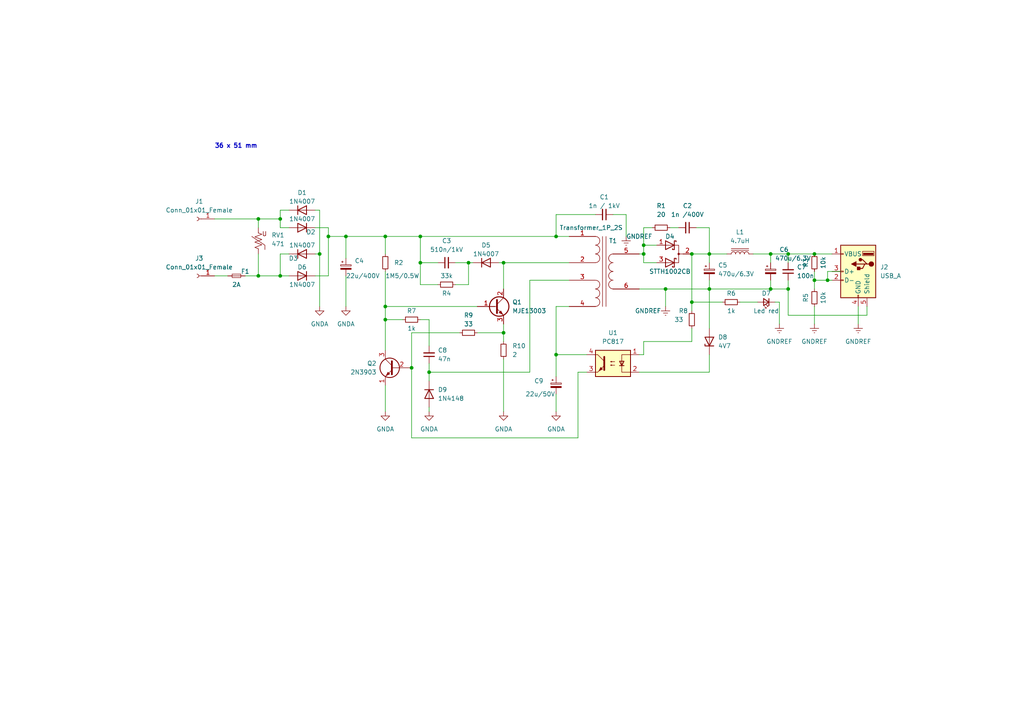
<source format=kicad_sch>
(kicad_sch (version 20230121) (generator eeschema)

  (uuid e63e39d7-6ac0-4ffd-8aa3-1841a4541b55)

  (paper "A4")

  (lib_symbols
    (symbol "Connector:Conn_01x01_Female" (pin_names (offset 1.016) hide) (in_bom yes) (on_board yes)
      (property "Reference" "J" (at 0 2.54 0)
        (effects (font (size 1.27 1.27)))
      )
      (property "Value" "Conn_01x01_Female" (at 0 -2.54 0)
        (effects (font (size 1.27 1.27)))
      )
      (property "Footprint" "" (at 0 0 0)
        (effects (font (size 1.27 1.27)) hide)
      )
      (property "Datasheet" "~" (at 0 0 0)
        (effects (font (size 1.27 1.27)) hide)
      )
      (property "ki_keywords" "connector" (at 0 0 0)
        (effects (font (size 1.27 1.27)) hide)
      )
      (property "ki_description" "Generic connector, single row, 01x01, script generated (kicad-library-utils/schlib/autogen/connector/)" (at 0 0 0)
        (effects (font (size 1.27 1.27)) hide)
      )
      (property "ki_fp_filters" "Connector*:*" (at 0 0 0)
        (effects (font (size 1.27 1.27)) hide)
      )
      (symbol "Conn_01x01_Female_1_1"
        (polyline
          (pts
            (xy -1.27 0)
            (xy -0.508 0)
          )
          (stroke (width 0.1524) (type default))
          (fill (type none))
        )
        (arc (start 0 0.508) (mid -0.5058 0) (end 0 -0.508)
          (stroke (width 0.1524) (type default))
          (fill (type none))
        )
        (pin passive line (at -5.08 0 0) (length 3.81)
          (name "Pin_1" (effects (font (size 1.27 1.27))))
          (number "1" (effects (font (size 1.27 1.27))))
        )
      )
    )
    (symbol "Connector:USB_A" (pin_names (offset 1.016)) (in_bom yes) (on_board yes)
      (property "Reference" "J" (at -5.08 11.43 0)
        (effects (font (size 1.27 1.27)) (justify left))
      )
      (property "Value" "USB_A" (at -5.08 8.89 0)
        (effects (font (size 1.27 1.27)) (justify left))
      )
      (property "Footprint" "" (at 3.81 -1.27 0)
        (effects (font (size 1.27 1.27)) hide)
      )
      (property "Datasheet" " ~" (at 3.81 -1.27 0)
        (effects (font (size 1.27 1.27)) hide)
      )
      (property "ki_keywords" "connector USB" (at 0 0 0)
        (effects (font (size 1.27 1.27)) hide)
      )
      (property "ki_description" "USB Type A connector" (at 0 0 0)
        (effects (font (size 1.27 1.27)) hide)
      )
      (property "ki_fp_filters" "USB*" (at 0 0 0)
        (effects (font (size 1.27 1.27)) hide)
      )
      (symbol "USB_A_0_1"
        (rectangle (start -5.08 -7.62) (end 5.08 7.62)
          (stroke (width 0.254) (type default))
          (fill (type background))
        )
        (circle (center -3.81 2.159) (radius 0.635)
          (stroke (width 0.254) (type default))
          (fill (type outline))
        )
        (rectangle (start -1.524 4.826) (end -4.318 5.334)
          (stroke (width 0) (type default))
          (fill (type outline))
        )
        (rectangle (start -1.27 4.572) (end -4.572 5.842)
          (stroke (width 0) (type default))
          (fill (type none))
        )
        (circle (center -0.635 3.429) (radius 0.381)
          (stroke (width 0.254) (type default))
          (fill (type outline))
        )
        (rectangle (start -0.127 -7.62) (end 0.127 -6.858)
          (stroke (width 0) (type default))
          (fill (type none))
        )
        (polyline
          (pts
            (xy -3.175 2.159)
            (xy -2.54 2.159)
            (xy -1.27 3.429)
            (xy -0.635 3.429)
          )
          (stroke (width 0.254) (type default))
          (fill (type none))
        )
        (polyline
          (pts
            (xy -2.54 2.159)
            (xy -1.905 2.159)
            (xy -1.27 0.889)
            (xy 0 0.889)
          )
          (stroke (width 0.254) (type default))
          (fill (type none))
        )
        (polyline
          (pts
            (xy 0.635 2.794)
            (xy 0.635 1.524)
            (xy 1.905 2.159)
            (xy 0.635 2.794)
          )
          (stroke (width 0.254) (type default))
          (fill (type outline))
        )
        (rectangle (start 0.254 1.27) (end -0.508 0.508)
          (stroke (width 0.254) (type default))
          (fill (type outline))
        )
        (rectangle (start 5.08 -2.667) (end 4.318 -2.413)
          (stroke (width 0) (type default))
          (fill (type none))
        )
        (rectangle (start 5.08 -0.127) (end 4.318 0.127)
          (stroke (width 0) (type default))
          (fill (type none))
        )
        (rectangle (start 5.08 4.953) (end 4.318 5.207)
          (stroke (width 0) (type default))
          (fill (type none))
        )
      )
      (symbol "USB_A_1_1"
        (polyline
          (pts
            (xy -1.905 2.159)
            (xy 0.635 2.159)
          )
          (stroke (width 0.254) (type default))
          (fill (type none))
        )
        (pin power_in line (at 7.62 5.08 180) (length 2.54)
          (name "VBUS" (effects (font (size 1.27 1.27))))
          (number "1" (effects (font (size 1.27 1.27))))
        )
        (pin bidirectional line (at 7.62 -2.54 180) (length 2.54)
          (name "D-" (effects (font (size 1.27 1.27))))
          (number "2" (effects (font (size 1.27 1.27))))
        )
        (pin bidirectional line (at 7.62 0 180) (length 2.54)
          (name "D+" (effects (font (size 1.27 1.27))))
          (number "3" (effects (font (size 1.27 1.27))))
        )
        (pin power_in line (at 0 -10.16 90) (length 2.54)
          (name "GND" (effects (font (size 1.27 1.27))))
          (number "4" (effects (font (size 1.27 1.27))))
        )
        (pin passive line (at -2.54 -10.16 90) (length 2.54)
          (name "Shield" (effects (font (size 1.27 1.27))))
          (number "5" (effects (font (size 1.27 1.27))))
        )
      )
    )
    (symbol "Device:C_Polarized_Small" (pin_numbers hide) (pin_names (offset 0.254) hide) (in_bom yes) (on_board yes)
      (property "Reference" "C" (at 0.254 1.778 0)
        (effects (font (size 1.27 1.27)) (justify left))
      )
      (property "Value" "C_Polarized_Small" (at 0.254 -2.032 0)
        (effects (font (size 1.27 1.27)) (justify left))
      )
      (property "Footprint" "" (at 0 0 0)
        (effects (font (size 1.27 1.27)) hide)
      )
      (property "Datasheet" "~" (at 0 0 0)
        (effects (font (size 1.27 1.27)) hide)
      )
      (property "ki_keywords" "cap capacitor" (at 0 0 0)
        (effects (font (size 1.27 1.27)) hide)
      )
      (property "ki_description" "Polarized capacitor, small symbol" (at 0 0 0)
        (effects (font (size 1.27 1.27)) hide)
      )
      (property "ki_fp_filters" "CP_*" (at 0 0 0)
        (effects (font (size 1.27 1.27)) hide)
      )
      (symbol "C_Polarized_Small_0_1"
        (rectangle (start -1.524 -0.3048) (end 1.524 -0.6858)
          (stroke (width 0) (type default))
          (fill (type outline))
        )
        (rectangle (start -1.524 0.6858) (end 1.524 0.3048)
          (stroke (width 0) (type default))
          (fill (type none))
        )
        (polyline
          (pts
            (xy -1.27 1.524)
            (xy -0.762 1.524)
          )
          (stroke (width 0) (type default))
          (fill (type none))
        )
        (polyline
          (pts
            (xy -1.016 1.27)
            (xy -1.016 1.778)
          )
          (stroke (width 0) (type default))
          (fill (type none))
        )
      )
      (symbol "C_Polarized_Small_1_1"
        (pin passive line (at 0 2.54 270) (length 1.8542)
          (name "~" (effects (font (size 1.27 1.27))))
          (number "1" (effects (font (size 1.27 1.27))))
        )
        (pin passive line (at 0 -2.54 90) (length 1.8542)
          (name "~" (effects (font (size 1.27 1.27))))
          (number "2" (effects (font (size 1.27 1.27))))
        )
      )
    )
    (symbol "Device:C_Small" (pin_numbers hide) (pin_names (offset 0.254) hide) (in_bom yes) (on_board yes)
      (property "Reference" "C" (at 0.254 1.778 0)
        (effects (font (size 1.27 1.27)) (justify left))
      )
      (property "Value" "C_Small" (at 0.254 -2.032 0)
        (effects (font (size 1.27 1.27)) (justify left))
      )
      (property "Footprint" "" (at 0 0 0)
        (effects (font (size 1.27 1.27)) hide)
      )
      (property "Datasheet" "~" (at 0 0 0)
        (effects (font (size 1.27 1.27)) hide)
      )
      (property "ki_keywords" "capacitor cap" (at 0 0 0)
        (effects (font (size 1.27 1.27)) hide)
      )
      (property "ki_description" "Unpolarized capacitor, small symbol" (at 0 0 0)
        (effects (font (size 1.27 1.27)) hide)
      )
      (property "ki_fp_filters" "C_*" (at 0 0 0)
        (effects (font (size 1.27 1.27)) hide)
      )
      (symbol "C_Small_0_1"
        (polyline
          (pts
            (xy -1.524 -0.508)
            (xy 1.524 -0.508)
          )
          (stroke (width 0.3302) (type default))
          (fill (type none))
        )
        (polyline
          (pts
            (xy -1.524 0.508)
            (xy 1.524 0.508)
          )
          (stroke (width 0.3048) (type default))
          (fill (type none))
        )
      )
      (symbol "C_Small_1_1"
        (pin passive line (at 0 2.54 270) (length 2.032)
          (name "~" (effects (font (size 1.27 1.27))))
          (number "1" (effects (font (size 1.27 1.27))))
        )
        (pin passive line (at 0 -2.54 90) (length 2.032)
          (name "~" (effects (font (size 1.27 1.27))))
          (number "2" (effects (font (size 1.27 1.27))))
        )
      )
    )
    (symbol "Device:D_Schottky_Dual_CommonCathode_AKA_Parallel" (pin_names (offset 0.762) hide) (in_bom yes) (on_board yes)
      (property "Reference" "D" (at 0 5.08 0)
        (effects (font (size 1.27 1.27)))
      )
      (property "Value" "D_Schottky_Dual_CommonCathode_AKA_Parallel" (at 0 -5.08 0)
        (effects (font (size 1.27 1.27)))
      )
      (property "Footprint" "" (at 1.27 0 0)
        (effects (font (size 1.27 1.27)) hide)
      )
      (property "Datasheet" "~" (at 1.27 0 0)
        (effects (font (size 1.27 1.27)) hide)
      )
      (property "ki_keywords" "diode" (at 0 0 0)
        (effects (font (size 1.27 1.27)) hide)
      )
      (property "ki_description" "Dual Schottky diode, common anode on pin 1" (at 0 0 0)
        (effects (font (size 1.27 1.27)) hide)
      )
      (symbol "D_Schottky_Dual_CommonCathode_AKA_Parallel_0_1"
        (polyline
          (pts
            (xy 1.27 0)
            (xy 2.54 0)
          )
          (stroke (width 0) (type default))
          (fill (type none))
        )
        (polyline
          (pts
            (xy -2.54 -2.54)
            (xy 1.27 -2.54)
            (xy 1.27 2.54)
            (xy -2.54 2.54)
          )
          (stroke (width 0) (type default))
          (fill (type none))
        )
        (polyline
          (pts
            (xy -2.54 -1.27)
            (xy 0 -2.54)
            (xy -2.54 -3.81)
            (xy -2.54 -1.27)
            (xy -2.54 -1.27)
            (xy -2.54 -1.27)
          )
          (stroke (width 0.254) (type default))
          (fill (type none))
        )
        (polyline
          (pts
            (xy -2.54 3.81)
            (xy 0 2.54)
            (xy -2.54 1.27)
            (xy -2.54 3.81)
            (xy -2.54 3.81)
            (xy -2.54 3.81)
          )
          (stroke (width 0.254) (type default))
          (fill (type none))
        )
        (polyline
          (pts
            (xy 0.508 -1.524)
            (xy 0.508 -1.27)
            (xy 0 -1.27)
            (xy 0 -3.81)
            (xy -0.508 -3.81)
            (xy -0.508 -3.556)
          )
          (stroke (width 0.254) (type default))
          (fill (type none))
        )
        (polyline
          (pts
            (xy 0.508 3.556)
            (xy 0.508 3.81)
            (xy 0 3.81)
            (xy 0 1.27)
            (xy -0.508 1.27)
            (xy -0.508 1.524)
          )
          (stroke (width 0.254) (type default))
          (fill (type none))
        )
        (circle (center 1.27 0) (radius 0.254)
          (stroke (width 0) (type default))
          (fill (type outline))
        )
        (pin passive line (at -5.08 2.54 0) (length 2.54)
          (name "K" (effects (font (size 1.27 1.27))))
          (number "1" (effects (font (size 1.27 1.27))))
        )
        (pin passive line (at 5.08 0 180) (length 2.54)
          (name "A" (effects (font (size 1.27 1.27))))
          (number "2" (effects (font (size 1.27 1.27))))
        )
        (pin passive line (at -5.08 -2.54 0) (length 2.54)
          (name "K" (effects (font (size 1.27 1.27))))
          (number "3" (effects (font (size 1.27 1.27))))
        )
      )
    )
    (symbol "Device:D_Zener" (pin_numbers hide) (pin_names (offset 1.016) hide) (in_bom yes) (on_board yes)
      (property "Reference" "D" (at 0 2.54 0)
        (effects (font (size 1.27 1.27)))
      )
      (property "Value" "D_Zener" (at 0 -2.54 0)
        (effects (font (size 1.27 1.27)))
      )
      (property "Footprint" "" (at 0 0 0)
        (effects (font (size 1.27 1.27)) hide)
      )
      (property "Datasheet" "~" (at 0 0 0)
        (effects (font (size 1.27 1.27)) hide)
      )
      (property "ki_keywords" "diode" (at 0 0 0)
        (effects (font (size 1.27 1.27)) hide)
      )
      (property "ki_description" "Zener diode" (at 0 0 0)
        (effects (font (size 1.27 1.27)) hide)
      )
      (property "ki_fp_filters" "TO-???* *_Diode_* *SingleDiode* D_*" (at 0 0 0)
        (effects (font (size 1.27 1.27)) hide)
      )
      (symbol "D_Zener_0_1"
        (polyline
          (pts
            (xy 1.27 0)
            (xy -1.27 0)
          )
          (stroke (width 0) (type default))
          (fill (type none))
        )
        (polyline
          (pts
            (xy -1.27 -1.27)
            (xy -1.27 1.27)
            (xy -0.762 1.27)
          )
          (stroke (width 0.254) (type default))
          (fill (type none))
        )
        (polyline
          (pts
            (xy 1.27 -1.27)
            (xy 1.27 1.27)
            (xy -1.27 0)
            (xy 1.27 -1.27)
          )
          (stroke (width 0.254) (type default))
          (fill (type none))
        )
      )
      (symbol "D_Zener_1_1"
        (pin passive line (at -3.81 0 0) (length 2.54)
          (name "K" (effects (font (size 1.27 1.27))))
          (number "1" (effects (font (size 1.27 1.27))))
        )
        (pin passive line (at 3.81 0 180) (length 2.54)
          (name "A" (effects (font (size 1.27 1.27))))
          (number "2" (effects (font (size 1.27 1.27))))
        )
      )
    )
    (symbol "Device:Fuse_Small" (pin_numbers hide) (pin_names (offset 0.254) hide) (in_bom yes) (on_board yes)
      (property "Reference" "F" (at 0 -1.524 0)
        (effects (font (size 1.27 1.27)))
      )
      (property "Value" "Fuse_Small" (at 0 1.524 0)
        (effects (font (size 1.27 1.27)))
      )
      (property "Footprint" "" (at 0 0 0)
        (effects (font (size 1.27 1.27)) hide)
      )
      (property "Datasheet" "~" (at 0 0 0)
        (effects (font (size 1.27 1.27)) hide)
      )
      (property "ki_keywords" "fuse" (at 0 0 0)
        (effects (font (size 1.27 1.27)) hide)
      )
      (property "ki_description" "Fuse, small symbol" (at 0 0 0)
        (effects (font (size 1.27 1.27)) hide)
      )
      (property "ki_fp_filters" "SM*" (at 0 0 0)
        (effects (font (size 1.27 1.27)) hide)
      )
      (symbol "Fuse_Small_0_1"
        (rectangle (start -1.27 0.508) (end 1.27 -0.508)
          (stroke (width 0) (type default))
          (fill (type none))
        )
        (polyline
          (pts
            (xy -1.27 0)
            (xy 1.27 0)
          )
          (stroke (width 0) (type default))
          (fill (type none))
        )
      )
      (symbol "Fuse_Small_1_1"
        (pin passive line (at -2.54 0 0) (length 1.27)
          (name "~" (effects (font (size 1.27 1.27))))
          (number "1" (effects (font (size 1.27 1.27))))
        )
        (pin passive line (at 2.54 0 180) (length 1.27)
          (name "~" (effects (font (size 1.27 1.27))))
          (number "2" (effects (font (size 1.27 1.27))))
        )
      )
    )
    (symbol "Device:LED_Small" (pin_numbers hide) (pin_names (offset 0.254) hide) (in_bom yes) (on_board yes)
      (property "Reference" "D" (at -1.27 3.175 0)
        (effects (font (size 1.27 1.27)) (justify left))
      )
      (property "Value" "LED_Small" (at -4.445 -2.54 0)
        (effects (font (size 1.27 1.27)) (justify left))
      )
      (property "Footprint" "" (at 0 0 90)
        (effects (font (size 1.27 1.27)) hide)
      )
      (property "Datasheet" "~" (at 0 0 90)
        (effects (font (size 1.27 1.27)) hide)
      )
      (property "ki_keywords" "LED diode light-emitting-diode" (at 0 0 0)
        (effects (font (size 1.27 1.27)) hide)
      )
      (property "ki_description" "Light emitting diode, small symbol" (at 0 0 0)
        (effects (font (size 1.27 1.27)) hide)
      )
      (property "ki_fp_filters" "LED* LED_SMD:* LED_THT:*" (at 0 0 0)
        (effects (font (size 1.27 1.27)) hide)
      )
      (symbol "LED_Small_0_1"
        (polyline
          (pts
            (xy -0.762 -1.016)
            (xy -0.762 1.016)
          )
          (stroke (width 0.254) (type default))
          (fill (type none))
        )
        (polyline
          (pts
            (xy 1.016 0)
            (xy -0.762 0)
          )
          (stroke (width 0) (type default))
          (fill (type none))
        )
        (polyline
          (pts
            (xy 0.762 -1.016)
            (xy -0.762 0)
            (xy 0.762 1.016)
            (xy 0.762 -1.016)
          )
          (stroke (width 0.254) (type default))
          (fill (type none))
        )
        (polyline
          (pts
            (xy 0 0.762)
            (xy -0.508 1.27)
            (xy -0.254 1.27)
            (xy -0.508 1.27)
            (xy -0.508 1.016)
          )
          (stroke (width 0) (type default))
          (fill (type none))
        )
        (polyline
          (pts
            (xy 0.508 1.27)
            (xy 0 1.778)
            (xy 0.254 1.778)
            (xy 0 1.778)
            (xy 0 1.524)
          )
          (stroke (width 0) (type default))
          (fill (type none))
        )
      )
      (symbol "LED_Small_1_1"
        (pin passive line (at -2.54 0 0) (length 1.778)
          (name "K" (effects (font (size 1.27 1.27))))
          (number "1" (effects (font (size 1.27 1.27))))
        )
        (pin passive line (at 2.54 0 180) (length 1.778)
          (name "A" (effects (font (size 1.27 1.27))))
          (number "2" (effects (font (size 1.27 1.27))))
        )
      )
    )
    (symbol "Device:L_Iron" (pin_numbers hide) (pin_names (offset 1.016) hide) (in_bom yes) (on_board yes)
      (property "Reference" "L" (at -1.27 0 90)
        (effects (font (size 1.27 1.27)))
      )
      (property "Value" "L_Iron" (at 2.794 0 90)
        (effects (font (size 1.27 1.27)))
      )
      (property "Footprint" "" (at 0 0 0)
        (effects (font (size 1.27 1.27)) hide)
      )
      (property "Datasheet" "~" (at 0 0 0)
        (effects (font (size 1.27 1.27)) hide)
      )
      (property "ki_keywords" "inductor choke coil reactor magnetic" (at 0 0 0)
        (effects (font (size 1.27 1.27)) hide)
      )
      (property "ki_description" "Inductor with iron core" (at 0 0 0)
        (effects (font (size 1.27 1.27)) hide)
      )
      (property "ki_fp_filters" "Choke_* *Coil* Inductor_* L_*" (at 0 0 0)
        (effects (font (size 1.27 1.27)) hide)
      )
      (symbol "L_Iron_0_1"
        (arc (start 0 -2.54) (mid 0.6323 -1.905) (end 0 -1.27)
          (stroke (width 0) (type default))
          (fill (type none))
        )
        (arc (start 0 -1.27) (mid 0.6323 -0.635) (end 0 0)
          (stroke (width 0) (type default))
          (fill (type none))
        )
        (polyline
          (pts
            (xy 1.016 2.54)
            (xy 1.016 -2.54)
          )
          (stroke (width 0) (type default))
          (fill (type none))
        )
        (polyline
          (pts
            (xy 1.524 -2.54)
            (xy 1.524 2.54)
          )
          (stroke (width 0) (type default))
          (fill (type none))
        )
        (arc (start 0 0) (mid 0.6323 0.635) (end 0 1.27)
          (stroke (width 0) (type default))
          (fill (type none))
        )
        (arc (start 0 1.27) (mid 0.6323 1.905) (end 0 2.54)
          (stroke (width 0) (type default))
          (fill (type none))
        )
      )
      (symbol "L_Iron_1_1"
        (pin passive line (at 0 3.81 270) (length 1.27)
          (name "1" (effects (font (size 1.27 1.27))))
          (number "1" (effects (font (size 1.27 1.27))))
        )
        (pin passive line (at 0 -3.81 90) (length 1.27)
          (name "2" (effects (font (size 1.27 1.27))))
          (number "2" (effects (font (size 1.27 1.27))))
        )
      )
    )
    (symbol "Device:Q_NPN_EBC" (pin_names (offset 0) hide) (in_bom yes) (on_board yes)
      (property "Reference" "Q" (at 5.08 1.27 0)
        (effects (font (size 1.27 1.27)) (justify left))
      )
      (property "Value" "Q_NPN_EBC" (at 5.08 -1.27 0)
        (effects (font (size 1.27 1.27)) (justify left))
      )
      (property "Footprint" "" (at 5.08 2.54 0)
        (effects (font (size 1.27 1.27)) hide)
      )
      (property "Datasheet" "~" (at 0 0 0)
        (effects (font (size 1.27 1.27)) hide)
      )
      (property "ki_keywords" "transistor NPN" (at 0 0 0)
        (effects (font (size 1.27 1.27)) hide)
      )
      (property "ki_description" "NPN transistor, emitter/base/collector" (at 0 0 0)
        (effects (font (size 1.27 1.27)) hide)
      )
      (symbol "Q_NPN_EBC_0_1"
        (polyline
          (pts
            (xy 0.635 0.635)
            (xy 2.54 2.54)
          )
          (stroke (width 0) (type default))
          (fill (type none))
        )
        (polyline
          (pts
            (xy 0.635 -0.635)
            (xy 2.54 -2.54)
            (xy 2.54 -2.54)
          )
          (stroke (width 0) (type default))
          (fill (type none))
        )
        (polyline
          (pts
            (xy 0.635 1.905)
            (xy 0.635 -1.905)
            (xy 0.635 -1.905)
          )
          (stroke (width 0.508) (type default))
          (fill (type none))
        )
        (polyline
          (pts
            (xy 1.27 -1.778)
            (xy 1.778 -1.27)
            (xy 2.286 -2.286)
            (xy 1.27 -1.778)
            (xy 1.27 -1.778)
          )
          (stroke (width 0) (type default))
          (fill (type outline))
        )
        (circle (center 1.27 0) (radius 2.8194)
          (stroke (width 0.254) (type default))
          (fill (type none))
        )
      )
      (symbol "Q_NPN_EBC_1_1"
        (pin passive line (at 2.54 -5.08 90) (length 2.54)
          (name "E" (effects (font (size 1.27 1.27))))
          (number "1" (effects (font (size 1.27 1.27))))
        )
        (pin passive line (at -5.08 0 0) (length 5.715)
          (name "B" (effects (font (size 1.27 1.27))))
          (number "2" (effects (font (size 1.27 1.27))))
        )
        (pin passive line (at 2.54 5.08 270) (length 2.54)
          (name "C" (effects (font (size 1.27 1.27))))
          (number "3" (effects (font (size 1.27 1.27))))
        )
      )
    )
    (symbol "Device:R_Small" (pin_numbers hide) (pin_names (offset 0.254) hide) (in_bom yes) (on_board yes)
      (property "Reference" "R" (at 0.762 0.508 0)
        (effects (font (size 1.27 1.27)) (justify left))
      )
      (property "Value" "R_Small" (at 0.762 -1.016 0)
        (effects (font (size 1.27 1.27)) (justify left))
      )
      (property "Footprint" "" (at 0 0 0)
        (effects (font (size 1.27 1.27)) hide)
      )
      (property "Datasheet" "~" (at 0 0 0)
        (effects (font (size 1.27 1.27)) hide)
      )
      (property "ki_keywords" "R resistor" (at 0 0 0)
        (effects (font (size 1.27 1.27)) hide)
      )
      (property "ki_description" "Resistor, small symbol" (at 0 0 0)
        (effects (font (size 1.27 1.27)) hide)
      )
      (property "ki_fp_filters" "R_*" (at 0 0 0)
        (effects (font (size 1.27 1.27)) hide)
      )
      (symbol "R_Small_0_1"
        (rectangle (start -0.762 1.778) (end 0.762 -1.778)
          (stroke (width 0.2032) (type default))
          (fill (type none))
        )
      )
      (symbol "R_Small_1_1"
        (pin passive line (at 0 2.54 270) (length 0.762)
          (name "~" (effects (font (size 1.27 1.27))))
          (number "1" (effects (font (size 1.27 1.27))))
        )
        (pin passive line (at 0 -2.54 90) (length 0.762)
          (name "~" (effects (font (size 1.27 1.27))))
          (number "2" (effects (font (size 1.27 1.27))))
        )
      )
    )
    (symbol "Device:Transformer_1P_2S" (pin_names (offset 1.016) hide) (in_bom yes) (on_board yes)
      (property "Reference" "T?" (at 0 15.24 0)
        (effects (font (size 1.27 1.27)))
      )
      (property "Value" "Transformer_1P_2S" (at 0 12.7 0)
        (effects (font (size 1.27 1.27)))
      )
      (property "Footprint" "" (at 0 0 0)
        (effects (font (size 1.27 1.27)) hide)
      )
      (property "Datasheet" "~" (at 0 0 0)
        (effects (font (size 1.27 1.27)) hide)
      )
      (property "ki_keywords" "transformer coil magnet" (at 0 0 0)
        (effects (font (size 1.27 1.27)) hide)
      )
      (property "ki_description" "Transformer, single primary, dual secondary" (at 0 0 0)
        (effects (font (size 1.27 1.27)) hide)
      )
      (symbol "Transformer_1P_2S_0_1"
        (arc (start -2.54 -5.0546) (mid -1.6561 -4.6863) (end -1.27 -3.81)
          (stroke (width 0) (type default))
          (fill (type none))
        )
        (arc (start -2.54 -2.5146) (mid -1.6561 -2.1463) (end -1.27 -1.27)
          (stroke (width 0) (type default))
          (fill (type none))
        )
        (arc (start -2.54 0.0254) (mid -1.6561 0.3937) (end -1.27 1.27)
          (stroke (width 0) (type default))
          (fill (type none))
        )
        (arc (start -2.54 2.5654) (mid -1.6561 2.9337) (end -1.27 3.81)
          (stroke (width 0) (type default))
          (fill (type none))
        )
        (arc (start -1.27 -3.81) (mid -1.642 -2.912) (end -2.54 -2.54)
          (stroke (width 0) (type default))
          (fill (type none))
        )
        (arc (start -1.27 -1.27) (mid -1.642 -0.372) (end -2.54 0)
          (stroke (width 0) (type default))
          (fill (type none))
        )
        (arc (start -1.27 1.27) (mid -1.642 2.168) (end -2.54 2.54)
          (stroke (width 0) (type default))
          (fill (type none))
        )
        (arc (start -1.27 3.81) (mid -1.642 4.708) (end -2.54 5.08)
          (stroke (width 0) (type default))
          (fill (type none))
        )
        (polyline
          (pts
            (xy -0.508 -10.16)
            (xy -0.508 10.16)
          )
          (stroke (width 0) (type default))
          (fill (type none))
        )
        (polyline
          (pts
            (xy 0.508 10.16)
            (xy 0.508 -10.16)
          )
          (stroke (width 0) (type default))
          (fill (type none))
        )
        (arc (start 1.2954 -8.89) (mid 1.6599 -9.7701) (end 2.54 -10.1346)
          (stroke (width 0) (type default))
          (fill (type none))
        )
        (arc (start 1.2954 -6.35) (mid 1.6599 -7.2301) (end 2.54 -7.5946)
          (stroke (width 0) (type default))
          (fill (type none))
        )
        (arc (start 1.2954 -3.81) (mid 1.6599 -4.6901) (end 2.54 -5.0546)
          (stroke (width 0) (type default))
          (fill (type none))
        )
        (arc (start 1.2954 3.81) (mid 1.6599 2.9299) (end 2.54 2.5654)
          (stroke (width 0) (type default))
          (fill (type none))
        )
        (arc (start 1.2954 6.35) (mid 1.6599 5.4699) (end 2.54 5.1054)
          (stroke (width 0) (type default))
          (fill (type none))
        )
        (arc (start 1.2954 8.89) (mid 1.6599 8.0099) (end 2.54 7.6454)
          (stroke (width 0) (type default))
          (fill (type none))
        )
        (arc (start 2.54 -7.62) (mid 1.6456 -7.9883) (end 1.2954 -8.89)
          (stroke (width 0) (type default))
          (fill (type none))
        )
        (arc (start 2.54 -5.08) (mid 1.6456 -5.4483) (end 1.2954 -6.35)
          (stroke (width 0) (type default))
          (fill (type none))
        )
        (arc (start 2.54 -2.54) (mid 1.6456 -2.9083) (end 1.2954 -3.81)
          (stroke (width 0) (type default))
          (fill (type none))
        )
        (arc (start 2.54 5.08) (mid 1.6456 4.7117) (end 1.2954 3.81)
          (stroke (width 0) (type default))
          (fill (type none))
        )
        (arc (start 2.54 7.62) (mid 1.6456 7.2517) (end 1.2954 6.35)
          (stroke (width 0) (type default))
          (fill (type none))
        )
        (arc (start 2.54 10.16) (mid 1.6456 9.7917) (end 1.2954 8.89)
          (stroke (width 0) (type default))
          (fill (type none))
        )
      )
      (symbol "Transformer_1P_2S_1_1"
        (pin passive line (at 10.16 10.16 180) (length 7.62)
          (name "SA" (effects (font (size 1.27 1.27))))
          (number "1" (effects (font (size 1.27 1.27))))
        )
        (pin passive line (at 10.16 2.54 180) (length 7.62)
          (name "SB" (effects (font (size 1.27 1.27))))
          (number "2" (effects (font (size 1.27 1.27))))
        )
        (pin passive line (at 10.16 -2.54 180) (length 7.62)
          (name "SC" (effects (font (size 1.27 1.27))))
          (number "3" (effects (font (size 1.27 1.27))))
        )
        (pin passive line (at 10.16 -10.16 180) (length 7.62)
          (name "SD" (effects (font (size 1.27 1.27))))
          (number "4" (effects (font (size 1.27 1.27))))
        )
        (pin passive line (at -10.16 5.08 0) (length 7.62)
          (name "AA" (effects (font (size 1.27 1.27))))
          (number "5" (effects (font (size 1.27 1.27))))
        )
        (pin passive line (at -10.16 -5.08 0) (length 7.62)
          (name "AB" (effects (font (size 1.27 1.27))))
          (number "6" (effects (font (size 1.27 1.27))))
        )
      )
    )
    (symbol "Device:Varistor_US" (pin_numbers hide) (pin_names (offset 0)) (in_bom yes) (on_board yes)
      (property "Reference" "RV" (at 3.175 0 90)
        (effects (font (size 1.27 1.27)))
      )
      (property "Value" "Varistor_US" (at -3.175 0 90)
        (effects (font (size 1.27 1.27)))
      )
      (property "Footprint" "" (at -1.778 0 90)
        (effects (font (size 1.27 1.27)) hide)
      )
      (property "Datasheet" "~" (at 0 0 0)
        (effects (font (size 1.27 1.27)) hide)
      )
      (property "ki_keywords" "VDR resistance" (at 0 0 0)
        (effects (font (size 1.27 1.27)) hide)
      )
      (property "ki_description" "Voltage dependent resistor, US symbol" (at 0 0 0)
        (effects (font (size 1.27 1.27)) hide)
      )
      (property "ki_fp_filters" "RV_* Varistor*" (at 0 0 0)
        (effects (font (size 1.27 1.27)) hide)
      )
      (symbol "Varistor_US_0_0"
        (text "U" (at -1.778 -2.032 0)
          (effects (font (size 1.27 1.27)))
        )
      )
      (symbol "Varistor_US_0_1"
        (polyline
          (pts
            (xy 0 -2.286)
            (xy 0 -2.54)
          )
          (stroke (width 0) (type default))
          (fill (type none))
        )
        (polyline
          (pts
            (xy 0 2.286)
            (xy 0 2.54)
          )
          (stroke (width 0) (type default))
          (fill (type none))
        )
        (polyline
          (pts
            (xy -1.905 2.54)
            (xy -1.905 1.27)
            (xy 1.905 -1.27)
          )
          (stroke (width 0) (type default))
          (fill (type none))
        )
        (polyline
          (pts
            (xy 0 -0.762)
            (xy 1.016 -1.143)
            (xy 0 -1.524)
            (xy -1.016 -1.905)
            (xy 0 -2.286)
          )
          (stroke (width 0) (type default))
          (fill (type none))
        )
        (polyline
          (pts
            (xy 0 0.762)
            (xy 1.016 0.381)
            (xy 0 0)
            (xy -1.016 -0.381)
            (xy 0 -0.762)
          )
          (stroke (width 0) (type default))
          (fill (type none))
        )
        (polyline
          (pts
            (xy 0 2.286)
            (xy 1.016 1.905)
            (xy 0 1.524)
            (xy -1.016 1.143)
            (xy 0 0.762)
          )
          (stroke (width 0) (type default))
          (fill (type none))
        )
      )
      (symbol "Varistor_US_1_1"
        (pin passive line (at 0 3.81 270) (length 1.27)
          (name "~" (effects (font (size 1.27 1.27))))
          (number "1" (effects (font (size 1.27 1.27))))
        )
        (pin passive line (at 0 -3.81 90) (length 1.27)
          (name "~" (effects (font (size 1.27 1.27))))
          (number "2" (effects (font (size 1.27 1.27))))
        )
      )
    )
    (symbol "Diode:1N4007" (pin_numbers hide) (pin_names (offset 1.016) hide) (in_bom yes) (on_board yes)
      (property "Reference" "D" (at 0 2.54 0)
        (effects (font (size 1.27 1.27)))
      )
      (property "Value" "1N4007" (at 0 -2.54 0)
        (effects (font (size 1.27 1.27)))
      )
      (property "Footprint" "Diode_THT:D_DO-41_SOD81_P10.16mm_Horizontal" (at 0 -4.445 0)
        (effects (font (size 1.27 1.27)) hide)
      )
      (property "Datasheet" "http://www.vishay.com/docs/88503/1n4001.pdf" (at 0 0 0)
        (effects (font (size 1.27 1.27)) hide)
      )
      (property "ki_keywords" "diode" (at 0 0 0)
        (effects (font (size 1.27 1.27)) hide)
      )
      (property "ki_description" "1000V 1A General Purpose Rectifier Diode, DO-41" (at 0 0 0)
        (effects (font (size 1.27 1.27)) hide)
      )
      (property "ki_fp_filters" "D*DO?41*" (at 0 0 0)
        (effects (font (size 1.27 1.27)) hide)
      )
      (symbol "1N4007_0_1"
        (polyline
          (pts
            (xy -1.27 1.27)
            (xy -1.27 -1.27)
          )
          (stroke (width 0.254) (type default))
          (fill (type none))
        )
        (polyline
          (pts
            (xy 1.27 0)
            (xy -1.27 0)
          )
          (stroke (width 0) (type default))
          (fill (type none))
        )
        (polyline
          (pts
            (xy 1.27 1.27)
            (xy 1.27 -1.27)
            (xy -1.27 0)
            (xy 1.27 1.27)
          )
          (stroke (width 0.254) (type default))
          (fill (type none))
        )
      )
      (symbol "1N4007_1_1"
        (pin passive line (at -3.81 0 0) (length 2.54)
          (name "K" (effects (font (size 1.27 1.27))))
          (number "1" (effects (font (size 1.27 1.27))))
        )
        (pin passive line (at 3.81 0 180) (length 2.54)
          (name "A" (effects (font (size 1.27 1.27))))
          (number "2" (effects (font (size 1.27 1.27))))
        )
      )
    )
    (symbol "Diode:1N4148" (pin_numbers hide) (pin_names (offset 1.016) hide) (in_bom yes) (on_board yes)
      (property "Reference" "D" (at 0 2.54 0)
        (effects (font (size 1.27 1.27)))
      )
      (property "Value" "1N4148" (at 0 -2.54 0)
        (effects (font (size 1.27 1.27)))
      )
      (property "Footprint" "Diode_THT:D_DO-35_SOD27_P7.62mm_Horizontal" (at 0 -4.445 0)
        (effects (font (size 1.27 1.27)) hide)
      )
      (property "Datasheet" "https://assets.nexperia.com/documents/data-sheet/1N4148_1N4448.pdf" (at 0 0 0)
        (effects (font (size 1.27 1.27)) hide)
      )
      (property "ki_keywords" "diode" (at 0 0 0)
        (effects (font (size 1.27 1.27)) hide)
      )
      (property "ki_description" "100V 0.15A standard switching diode, DO-35" (at 0 0 0)
        (effects (font (size 1.27 1.27)) hide)
      )
      (property "ki_fp_filters" "D*DO?35*" (at 0 0 0)
        (effects (font (size 1.27 1.27)) hide)
      )
      (symbol "1N4148_0_1"
        (polyline
          (pts
            (xy -1.27 1.27)
            (xy -1.27 -1.27)
          )
          (stroke (width 0.254) (type default))
          (fill (type none))
        )
        (polyline
          (pts
            (xy 1.27 0)
            (xy -1.27 0)
          )
          (stroke (width 0) (type default))
          (fill (type none))
        )
        (polyline
          (pts
            (xy 1.27 1.27)
            (xy 1.27 -1.27)
            (xy -1.27 0)
            (xy 1.27 1.27)
          )
          (stroke (width 0.254) (type default))
          (fill (type none))
        )
      )
      (symbol "1N4148_1_1"
        (pin passive line (at -3.81 0 0) (length 2.54)
          (name "K" (effects (font (size 1.27 1.27))))
          (number "1" (effects (font (size 1.27 1.27))))
        )
        (pin passive line (at 3.81 0 180) (length 2.54)
          (name "A" (effects (font (size 1.27 1.27))))
          (number "2" (effects (font (size 1.27 1.27))))
        )
      )
    )
    (symbol "Isolator:PC817" (pin_names (offset 1.016)) (in_bom yes) (on_board yes)
      (property "Reference" "U" (at -5.08 5.08 0)
        (effects (font (size 1.27 1.27)) (justify left))
      )
      (property "Value" "PC817" (at 0 5.08 0)
        (effects (font (size 1.27 1.27)) (justify left))
      )
      (property "Footprint" "Package_DIP:DIP-4_W7.62mm" (at -5.08 -5.08 0)
        (effects (font (size 1.27 1.27) italic) (justify left) hide)
      )
      (property "Datasheet" "http://www.soselectronic.cz/a_info/resource/d/pc817.pdf" (at 0 0 0)
        (effects (font (size 1.27 1.27)) (justify left) hide)
      )
      (property "ki_keywords" "NPN DC Optocoupler" (at 0 0 0)
        (effects (font (size 1.27 1.27)) hide)
      )
      (property "ki_description" "DC Optocoupler, Vce 35V, CTR 50-300%, DIP-4" (at 0 0 0)
        (effects (font (size 1.27 1.27)) hide)
      )
      (property "ki_fp_filters" "DIP*W7.62mm*" (at 0 0 0)
        (effects (font (size 1.27 1.27)) hide)
      )
      (symbol "PC817_0_1"
        (rectangle (start -5.08 3.81) (end 5.08 -3.81)
          (stroke (width 0.254) (type default))
          (fill (type background))
        )
        (polyline
          (pts
            (xy -3.175 -0.635)
            (xy -1.905 -0.635)
          )
          (stroke (width 0.254) (type default))
          (fill (type none))
        )
        (polyline
          (pts
            (xy 2.54 0.635)
            (xy 4.445 2.54)
          )
          (stroke (width 0) (type default))
          (fill (type none))
        )
        (polyline
          (pts
            (xy 4.445 -2.54)
            (xy 2.54 -0.635)
          )
          (stroke (width 0) (type default))
          (fill (type outline))
        )
        (polyline
          (pts
            (xy 4.445 -2.54)
            (xy 5.08 -2.54)
          )
          (stroke (width 0) (type default))
          (fill (type none))
        )
        (polyline
          (pts
            (xy 4.445 2.54)
            (xy 5.08 2.54)
          )
          (stroke (width 0) (type default))
          (fill (type none))
        )
        (polyline
          (pts
            (xy -5.08 2.54)
            (xy -2.54 2.54)
            (xy -2.54 -0.635)
          )
          (stroke (width 0) (type default))
          (fill (type none))
        )
        (polyline
          (pts
            (xy -2.54 -0.635)
            (xy -2.54 -2.54)
            (xy -5.08 -2.54)
          )
          (stroke (width 0) (type default))
          (fill (type none))
        )
        (polyline
          (pts
            (xy 2.54 1.905)
            (xy 2.54 -1.905)
            (xy 2.54 -1.905)
          )
          (stroke (width 0.508) (type default))
          (fill (type none))
        )
        (polyline
          (pts
            (xy -2.54 -0.635)
            (xy -3.175 0.635)
            (xy -1.905 0.635)
            (xy -2.54 -0.635)
          )
          (stroke (width 0.254) (type default))
          (fill (type none))
        )
        (polyline
          (pts
            (xy -0.508 -0.508)
            (xy 0.762 -0.508)
            (xy 0.381 -0.635)
            (xy 0.381 -0.381)
            (xy 0.762 -0.508)
          )
          (stroke (width 0) (type default))
          (fill (type none))
        )
        (polyline
          (pts
            (xy -0.508 0.508)
            (xy 0.762 0.508)
            (xy 0.381 0.381)
            (xy 0.381 0.635)
            (xy 0.762 0.508)
          )
          (stroke (width 0) (type default))
          (fill (type none))
        )
        (polyline
          (pts
            (xy 3.048 -1.651)
            (xy 3.556 -1.143)
            (xy 4.064 -2.159)
            (xy 3.048 -1.651)
            (xy 3.048 -1.651)
          )
          (stroke (width 0) (type default))
          (fill (type outline))
        )
      )
      (symbol "PC817_1_1"
        (pin passive line (at -7.62 2.54 0) (length 2.54)
          (name "~" (effects (font (size 1.27 1.27))))
          (number "1" (effects (font (size 1.27 1.27))))
        )
        (pin passive line (at -7.62 -2.54 0) (length 2.54)
          (name "~" (effects (font (size 1.27 1.27))))
          (number "2" (effects (font (size 1.27 1.27))))
        )
        (pin passive line (at 7.62 -2.54 180) (length 2.54)
          (name "~" (effects (font (size 1.27 1.27))))
          (number "3" (effects (font (size 1.27 1.27))))
        )
        (pin passive line (at 7.62 2.54 180) (length 2.54)
          (name "~" (effects (font (size 1.27 1.27))))
          (number "4" (effects (font (size 1.27 1.27))))
        )
      )
    )
    (symbol "Transistor_BJT:MJE13003" (pin_names (offset 0) hide) (in_bom yes) (on_board yes)
      (property "Reference" "Q" (at 5.08 1.905 0)
        (effects (font (size 1.27 1.27)) (justify left))
      )
      (property "Value" "MJE13003" (at 5.08 0 0)
        (effects (font (size 1.27 1.27)) (justify left))
      )
      (property "Footprint" "Package_TO_SOT_THT:TO-126-3_Vertical" (at 5.08 -1.905 0)
        (effects (font (size 1.27 1.27) italic) (justify left) hide)
      )
      (property "Datasheet" "http://www.onsemi.com/pub_link/Collateral/MJE13003-D.PDF" (at 0 0 0)
        (effects (font (size 1.27 1.27)) (justify left) hide)
      )
      (property "ki_keywords" "Switching Power High Voltage NPN Transistor" (at 0 0 0)
        (effects (font (size 1.27 1.27)) hide)
      )
      (property "ki_description" "1.5A Ic, 400V Vce, Silicon Switching Power NPN Transistor, TO-225" (at 0 0 0)
        (effects (font (size 1.27 1.27)) hide)
      )
      (property "ki_fp_filters" "TO?126*" (at 0 0 0)
        (effects (font (size 1.27 1.27)) hide)
      )
      (symbol "MJE13003_0_1"
        (polyline
          (pts
            (xy 0 0)
            (xy 0.635 0)
          )
          (stroke (width 0) (type default))
          (fill (type none))
        )
        (polyline
          (pts
            (xy 2.54 -2.54)
            (xy 0.635 -0.635)
          )
          (stroke (width 0) (type default))
          (fill (type none))
        )
        (polyline
          (pts
            (xy 2.54 2.54)
            (xy 0.635 0.635)
          )
          (stroke (width 0) (type default))
          (fill (type none))
        )
        (polyline
          (pts
            (xy 0.635 1.905)
            (xy 0.635 -1.905)
            (xy 0.635 -1.905)
          )
          (stroke (width 0.508) (type default))
          (fill (type outline))
        )
        (polyline
          (pts
            (xy 1.2446 -1.778)
            (xy 1.7526 -1.27)
            (xy 2.286 -2.286)
            (xy 1.2446 -1.778)
            (xy 1.2446 -1.778)
          )
          (stroke (width 0) (type default))
          (fill (type outline))
        )
        (circle (center 1.27 0) (radius 2.8194)
          (stroke (width 0.3048) (type default))
          (fill (type none))
        )
      )
      (symbol "MJE13003_1_1"
        (pin input line (at -5.08 0 0) (length 5.08)
          (name "B" (effects (font (size 1.27 1.27))))
          (number "1" (effects (font (size 1.27 1.27))))
        )
        (pin passive line (at 2.54 5.08 270) (length 2.54)
          (name "C" (effects (font (size 1.27 1.27))))
          (number "2" (effects (font (size 1.27 1.27))))
        )
        (pin passive line (at 2.54 -5.08 90) (length 2.54)
          (name "E" (effects (font (size 1.27 1.27))))
          (number "3" (effects (font (size 1.27 1.27))))
        )
      )
    )
    (symbol "power:GNDA" (power) (pin_names (offset 0)) (in_bom yes) (on_board yes)
      (property "Reference" "#PWR" (at 0 -6.35 0)
        (effects (font (size 1.27 1.27)) hide)
      )
      (property "Value" "GNDA" (at 0 -3.81 0)
        (effects (font (size 1.27 1.27)))
      )
      (property "Footprint" "" (at 0 0 0)
        (effects (font (size 1.27 1.27)) hide)
      )
      (property "Datasheet" "" (at 0 0 0)
        (effects (font (size 1.27 1.27)) hide)
      )
      (property "ki_keywords" "power-flag" (at 0 0 0)
        (effects (font (size 1.27 1.27)) hide)
      )
      (property "ki_description" "Power symbol creates a global label with name \"GNDA\" , analog ground" (at 0 0 0)
        (effects (font (size 1.27 1.27)) hide)
      )
      (symbol "GNDA_0_1"
        (polyline
          (pts
            (xy 0 0)
            (xy 0 -1.27)
            (xy 1.27 -1.27)
            (xy 0 -2.54)
            (xy -1.27 -1.27)
            (xy 0 -1.27)
          )
          (stroke (width 0) (type default))
          (fill (type none))
        )
      )
      (symbol "GNDA_1_1"
        (pin power_in line (at 0 0 270) (length 0) hide
          (name "GNDA" (effects (font (size 1.27 1.27))))
          (number "1" (effects (font (size 1.27 1.27))))
        )
      )
    )
    (symbol "power:GNDREF" (power) (pin_names (offset 0)) (in_bom yes) (on_board yes)
      (property "Reference" "#PWR" (at 0 -6.35 0)
        (effects (font (size 1.27 1.27)) hide)
      )
      (property "Value" "GNDREF" (at 0 -3.81 0)
        (effects (font (size 1.27 1.27)))
      )
      (property "Footprint" "" (at 0 0 0)
        (effects (font (size 1.27 1.27)) hide)
      )
      (property "Datasheet" "" (at 0 0 0)
        (effects (font (size 1.27 1.27)) hide)
      )
      (property "ki_keywords" "power-flag" (at 0 0 0)
        (effects (font (size 1.27 1.27)) hide)
      )
      (property "ki_description" "Power symbol creates a global label with name \"GNDREF\" , reference supply ground" (at 0 0 0)
        (effects (font (size 1.27 1.27)) hide)
      )
      (symbol "GNDREF_0_1"
        (polyline
          (pts
            (xy -0.635 -1.905)
            (xy 0.635 -1.905)
          )
          (stroke (width 0) (type default))
          (fill (type none))
        )
        (polyline
          (pts
            (xy -0.127 -2.54)
            (xy 0.127 -2.54)
          )
          (stroke (width 0) (type default))
          (fill (type none))
        )
        (polyline
          (pts
            (xy 0 -1.27)
            (xy 0 0)
          )
          (stroke (width 0) (type default))
          (fill (type none))
        )
        (polyline
          (pts
            (xy 1.27 -1.27)
            (xy -1.27 -1.27)
          )
          (stroke (width 0) (type default))
          (fill (type none))
        )
      )
      (symbol "GNDREF_1_1"
        (pin power_in line (at 0 0 270) (length 0) hide
          (name "GNDREF" (effects (font (size 1.27 1.27))))
          (number "1" (effects (font (size 1.27 1.27))))
        )
      )
    )
  )

  (junction (at 205.74 73.66) (diameter 0) (color 0 0 0 0)
    (uuid 011ecd3a-e25e-4762-b747-4117c86dad9d)
  )
  (junction (at 205.74 83.82) (diameter 0) (color 0 0 0 0)
    (uuid 07b65aac-bdec-4065-b2c3-154e2afe4561)
  )
  (junction (at 135.89 76.2) (diameter 0) (color 0 0 0 0)
    (uuid 0a36e0c6-2f74-44a8-a37f-c0c889109c23)
  )
  (junction (at 186.69 73.66) (diameter 0) (color 0 0 0 0)
    (uuid 12b2c4c3-d2d5-4469-95f8-28c2377f915b)
  )
  (junction (at 111.76 92.71) (diameter 0) (color 0 0 0 0)
    (uuid 156ae36b-ee88-41b8-90dc-3e206506b474)
  )
  (junction (at 81.28 80.01) (diameter 0) (color 0 0 0 0)
    (uuid 1c2a2023-4924-42d9-b3d7-7aedbd75ad38)
  )
  (junction (at 228.6 73.66) (diameter 0) (color 0 0 0 0)
    (uuid 1d468920-09d8-44ff-9425-46d8affb1930)
  )
  (junction (at 81.28 63.5) (diameter 0) (color 0 0 0 0)
    (uuid 240f0666-4ed5-422c-be04-c128cc972665)
  )
  (junction (at 186.69 71.12) (diameter 0) (color 0 0 0 0)
    (uuid 30900e38-5cf3-420b-8e4b-ec044515fa1e)
  )
  (junction (at 236.22 73.66) (diameter 0) (color 0 0 0 0)
    (uuid 32146fc3-f1b7-4428-8ef9-9eb7e2aa862a)
  )
  (junction (at 121.92 76.2) (diameter 0) (color 0 0 0 0)
    (uuid 3d97d2bc-e310-4636-8c1a-2faa2034913c)
  )
  (junction (at 236.22 81.28) (diameter 0) (color 0 0 0 0)
    (uuid 4f4cdfd0-3774-4e50-8f71-e083d7936ee5)
  )
  (junction (at 74.93 80.01) (diameter 0) (color 0 0 0 0)
    (uuid 59a52780-0dc8-4c90-be48-600d38431ba7)
  )
  (junction (at 240.03 81.28) (diameter 0) (color 0 0 0 0)
    (uuid 59b8bf0d-c185-40df-bb16-20ea960e1493)
  )
  (junction (at 111.76 88.9) (diameter 0) (color 0 0 0 0)
    (uuid 6abf8c57-1f00-4590-b104-6806baa2f264)
  )
  (junction (at 74.93 63.5) (diameter 0) (color 0 0 0 0)
    (uuid 73ec292a-5ca5-4ac3-8cda-129415d651b1)
  )
  (junction (at 161.29 68.58) (diameter 0) (color 0 0 0 0)
    (uuid 74938069-6e5c-480b-adb4-00c2d952c33a)
  )
  (junction (at 223.52 83.82) (diameter 0) (color 0 0 0 0)
    (uuid 82a67bc6-3a22-4aab-8ec4-16e96c9be245)
  )
  (junction (at 146.05 96.52) (diameter 0) (color 0 0 0 0)
    (uuid 8bb5cf8b-0383-4ef5-a95b-90904f02c4fd)
  )
  (junction (at 228.6 83.82) (diameter 0) (color 0 0 0 0)
    (uuid 8f7a7e94-40e2-4801-b083-1336d1ef6fe6)
  )
  (junction (at 124.46 107.95) (diameter 0) (color 0 0 0 0)
    (uuid 94e29aac-d40c-48c4-93bb-18acf9b0e53e)
  )
  (junction (at 161.29 102.87) (diameter 0) (color 0 0 0 0)
    (uuid 997d6d33-b39d-47eb-803d-c47b5dfa57e9)
  )
  (junction (at 200.66 73.66) (diameter 0) (color 0 0 0 0)
    (uuid ad0b7577-2d20-4b4e-84d6-d463a72ffc4e)
  )
  (junction (at 119.38 106.68) (diameter 0) (color 0 0 0 0)
    (uuid ad94749a-711a-44b8-9b4b-9921c0b40d95)
  )
  (junction (at 223.52 73.66) (diameter 0) (color 0 0 0 0)
    (uuid bb91d388-56c2-451e-87b6-39ca729acd7f)
  )
  (junction (at 100.33 68.58) (diameter 0) (color 0 0 0 0)
    (uuid bc734ad4-5511-4c7a-b69c-d6814cecae8c)
  )
  (junction (at 121.92 68.58) (diameter 0) (color 0 0 0 0)
    (uuid cd0870ea-8745-4104-b0de-057f5296bc45)
  )
  (junction (at 193.04 83.82) (diameter 0) (color 0 0 0 0)
    (uuid d405a988-78f0-4a94-96bf-608ba788d4a9)
  )
  (junction (at 95.25 68.58) (diameter 0) (color 0 0 0 0)
    (uuid d511c5c5-aa84-4f58-b01b-6013d8f5dc3f)
  )
  (junction (at 200.66 87.63) (diameter 0) (color 0 0 0 0)
    (uuid e31f6e73-25d7-418b-b003-76ff1e138423)
  )
  (junction (at 92.71 73.66) (diameter 0) (color 0 0 0 0)
    (uuid e7e9d834-3fb1-44df-9652-7cb335e1babb)
  )
  (junction (at 146.05 76.2) (diameter 0) (color 0 0 0 0)
    (uuid ec28d11d-802c-493e-b757-284a3eaaf6c5)
  )
  (junction (at 111.76 68.58) (diameter 0) (color 0 0 0 0)
    (uuid f23c1d1f-d2c0-45e0-b08b-0557cb1eea21)
  )

  (wire (pts (xy 209.55 87.63) (xy 200.66 87.63))
    (stroke (width 0) (type default))
    (uuid 00712006-62f5-4c73-bed8-e097f1e602b8)
  )
  (wire (pts (xy 111.76 88.9) (xy 111.76 92.71))
    (stroke (width 0) (type default))
    (uuid 0071d291-e0c8-464c-ac09-c42ffaabc771)
  )
  (wire (pts (xy 185.42 83.82) (xy 193.04 83.82))
    (stroke (width 0) (type default))
    (uuid 013a6bd9-061e-424d-89dc-98b23a103b70)
  )
  (wire (pts (xy 146.05 93.98) (xy 146.05 96.52))
    (stroke (width 0) (type default))
    (uuid 03580f54-6820-4247-a0e9-d372e61b6563)
  )
  (wire (pts (xy 205.74 66.04) (xy 205.74 73.66))
    (stroke (width 0) (type default))
    (uuid 045df697-034d-4145-8027-fa6ea44431ff)
  )
  (wire (pts (xy 138.43 88.9) (xy 111.76 88.9))
    (stroke (width 0) (type default))
    (uuid 0561fe1e-cc06-40c1-bfec-e35fb5c6172a)
  )
  (wire (pts (xy 186.69 76.2) (xy 186.69 73.66))
    (stroke (width 0) (type default))
    (uuid 06bfdbdf-3e53-42a3-abc9-fd9ec56e91ec)
  )
  (wire (pts (xy 161.29 102.87) (xy 161.29 109.22))
    (stroke (width 0) (type default))
    (uuid 0710458e-5a7a-4d0b-8bd2-1799408ade13)
  )
  (wire (pts (xy 124.46 105.41) (xy 124.46 107.95))
    (stroke (width 0) (type default))
    (uuid 07149ac6-76f6-46f7-b03a-b47ef9faf581)
  )
  (wire (pts (xy 200.66 99.06) (xy 186.69 99.06))
    (stroke (width 0) (type default))
    (uuid 090d8efb-76ca-4a1d-974c-1b21f242c744)
  )
  (wire (pts (xy 228.6 73.66) (xy 228.6 76.2))
    (stroke (width 0) (type default))
    (uuid 09f8c1a8-3e57-4de2-acc0-ea671311a7ad)
  )
  (wire (pts (xy 161.29 62.23) (xy 161.29 68.58))
    (stroke (width 0) (type default))
    (uuid 0a05c02f-1017-42a7-839c-4ce7b76522f2)
  )
  (wire (pts (xy 124.46 100.33) (xy 124.46 92.71))
    (stroke (width 0) (type default))
    (uuid 10d9bd28-a34a-454c-bf2d-29e14f8e9c9e)
  )
  (wire (pts (xy 236.22 88.9) (xy 236.22 93.98))
    (stroke (width 0) (type default))
    (uuid 13328e08-9b7e-456b-bdea-2875dfc6fa69)
  )
  (wire (pts (xy 92.71 60.96) (xy 91.44 60.96))
    (stroke (width 0) (type default))
    (uuid 18f8feb0-964d-4957-871a-4338f0073adb)
  )
  (wire (pts (xy 81.28 66.04) (xy 83.82 66.04))
    (stroke (width 0) (type default))
    (uuid 1db21503-fd72-4657-a29b-be8531cf48c3)
  )
  (wire (pts (xy 83.82 73.66) (xy 81.28 73.66))
    (stroke (width 0) (type default))
    (uuid 1f13f2e7-fbb5-43c4-8a68-43c107b8d5af)
  )
  (wire (pts (xy 194.31 66.04) (xy 196.85 66.04))
    (stroke (width 0) (type default))
    (uuid 23a93de6-8542-4a96-9a79-2e89a5ef919a)
  )
  (wire (pts (xy 74.93 73.66) (xy 74.93 80.01))
    (stroke (width 0) (type default))
    (uuid 24e4b0fd-9bbb-4147-a390-c76f91b7d13b)
  )
  (wire (pts (xy 228.6 81.28) (xy 228.6 83.82))
    (stroke (width 0) (type default))
    (uuid 25ddec48-21c9-4b5d-b76e-b52c28d4ff9f)
  )
  (wire (pts (xy 91.44 80.01) (xy 95.25 80.01))
    (stroke (width 0) (type default))
    (uuid 264a52aa-1ec2-4d99-b980-03bbcc0c20f6)
  )
  (wire (pts (xy 121.92 68.58) (xy 161.29 68.58))
    (stroke (width 0) (type default))
    (uuid 271004a3-596c-478b-af71-792bc4dc3173)
  )
  (wire (pts (xy 124.46 107.95) (xy 124.46 110.49))
    (stroke (width 0) (type default))
    (uuid 29241c78-fc4b-44f6-9c89-5cfe896c918f)
  )
  (wire (pts (xy 200.66 73.66) (xy 200.66 87.63))
    (stroke (width 0) (type default))
    (uuid 29f0470e-d9ab-4e03-a28e-1f861067b19f)
  )
  (wire (pts (xy 165.1 81.28) (xy 153.67 81.28))
    (stroke (width 0) (type default))
    (uuid 2c2ffe1a-0d6a-42bb-9518-f8b0d2865d6f)
  )
  (wire (pts (xy 74.93 63.5) (xy 74.93 66.04))
    (stroke (width 0) (type default))
    (uuid 2cef1244-ff69-49b2-9f29-bb30a4e78f9b)
  )
  (wire (pts (xy 248.92 88.9) (xy 248.92 93.98))
    (stroke (width 0) (type default))
    (uuid 2debc875-7530-4bb2-8d2e-a0c28f93635b)
  )
  (wire (pts (xy 121.92 82.55) (xy 121.92 76.2))
    (stroke (width 0) (type default))
    (uuid 2e25f4c8-4120-4313-8358-986362b33560)
  )
  (wire (pts (xy 161.29 62.23) (xy 172.72 62.23))
    (stroke (width 0) (type default))
    (uuid 308d8c79-c78f-4b7f-a722-9e73be34552c)
  )
  (wire (pts (xy 223.52 83.82) (xy 205.74 83.82))
    (stroke (width 0) (type default))
    (uuid 36b6fc3f-f867-4c74-a05c-003466b92ee8)
  )
  (wire (pts (xy 111.76 88.9) (xy 111.76 78.74))
    (stroke (width 0) (type default))
    (uuid 3871c7f7-59dd-41ed-b610-089a654b78c9)
  )
  (wire (pts (xy 81.28 63.5) (xy 81.28 66.04))
    (stroke (width 0) (type default))
    (uuid 38a4515b-ee4c-4d8e-97d5-91e581247f8a)
  )
  (wire (pts (xy 111.76 68.58) (xy 121.92 68.58))
    (stroke (width 0) (type default))
    (uuid 38cbf777-8b52-4248-b786-950c58f57c1f)
  )
  (wire (pts (xy 138.43 96.52) (xy 146.05 96.52))
    (stroke (width 0) (type default))
    (uuid 39252316-d41c-4136-8dc0-5716cc8f49ca)
  )
  (wire (pts (xy 185.42 107.95) (xy 205.74 107.95))
    (stroke (width 0) (type default))
    (uuid 3a5428a3-a943-47c8-a369-e5605b9e97d8)
  )
  (wire (pts (xy 170.18 107.95) (xy 167.64 107.95))
    (stroke (width 0) (type default))
    (uuid 3b608b90-0545-41ef-a4f2-b1262b69a38d)
  )
  (wire (pts (xy 193.04 83.82) (xy 193.04 88.9))
    (stroke (width 0) (type default))
    (uuid 3c7e2ce7-dd92-4ca6-9440-c3fbac8c5d94)
  )
  (wire (pts (xy 153.67 81.28) (xy 153.67 107.95))
    (stroke (width 0) (type default))
    (uuid 3c919043-14c0-476b-b2bb-02ae034817b1)
  )
  (wire (pts (xy 190.5 71.12) (xy 186.69 71.12))
    (stroke (width 0) (type default))
    (uuid 3f3983e5-1ec5-4f7d-bd12-047f6604aa23)
  )
  (wire (pts (xy 236.22 81.28) (xy 236.22 83.82))
    (stroke (width 0) (type default))
    (uuid 45bf07b7-d2bc-492d-96c9-ac36959cd6e7)
  )
  (wire (pts (xy 121.92 82.55) (xy 127 82.55))
    (stroke (width 0) (type default))
    (uuid 48062a70-68f9-4c0a-baa5-1a079832f5a7)
  )
  (wire (pts (xy 95.25 68.58) (xy 100.33 68.58))
    (stroke (width 0) (type default))
    (uuid 482c0918-be3a-4234-ac5d-166fbcec3f04)
  )
  (wire (pts (xy 135.89 76.2) (xy 137.16 76.2))
    (stroke (width 0) (type default))
    (uuid 48a28df0-d662-4986-8dc6-e1bccd7e36ab)
  )
  (wire (pts (xy 205.74 73.66) (xy 205.74 76.2))
    (stroke (width 0) (type default))
    (uuid 4c53d356-0caf-4bb2-af71-b888b4cbfb26)
  )
  (wire (pts (xy 146.05 83.82) (xy 146.05 76.2))
    (stroke (width 0) (type default))
    (uuid 4da0ce07-0903-4e55-90b8-39dd928d4df1)
  )
  (wire (pts (xy 71.12 80.01) (xy 74.93 80.01))
    (stroke (width 0) (type default))
    (uuid 52348237-22ed-450c-a98d-47c1361973c8)
  )
  (wire (pts (xy 92.71 73.66) (xy 92.71 60.96))
    (stroke (width 0) (type default))
    (uuid 52501762-6c05-4a65-b0f8-ea45863630b1)
  )
  (wire (pts (xy 146.05 76.2) (xy 165.1 76.2))
    (stroke (width 0) (type default))
    (uuid 5413a8ab-1709-4220-8ec5-07bf5facbcc9)
  )
  (wire (pts (xy 119.38 96.52) (xy 119.38 106.68))
    (stroke (width 0) (type default))
    (uuid 54e2f361-a896-4fae-b1f6-76fca90812cf)
  )
  (wire (pts (xy 186.69 71.12) (xy 186.69 73.66))
    (stroke (width 0) (type default))
    (uuid 5eb66693-ab1b-4459-a77e-81bcb06ca4d6)
  )
  (wire (pts (xy 111.76 111.76) (xy 111.76 119.38))
    (stroke (width 0) (type default))
    (uuid 5f189900-454c-4c51-93c7-15f450b18635)
  )
  (wire (pts (xy 223.52 81.28) (xy 223.52 83.82))
    (stroke (width 0) (type default))
    (uuid 602e4933-253f-4b8f-b0dd-4631393a8c42)
  )
  (wire (pts (xy 193.04 83.82) (xy 205.74 83.82))
    (stroke (width 0) (type default))
    (uuid 60c712f5-9101-4644-bc98-dbcb2e4d6089)
  )
  (wire (pts (xy 111.76 68.58) (xy 111.76 73.66))
    (stroke (width 0) (type default))
    (uuid 62b70385-3417-46e3-af4c-fe0b39ccf35b)
  )
  (wire (pts (xy 146.05 104.14) (xy 146.05 119.38))
    (stroke (width 0) (type default))
    (uuid 6398af37-19f8-4769-a00f-fa5baf3c6ea5)
  )
  (wire (pts (xy 161.29 88.9) (xy 161.29 102.87))
    (stroke (width 0) (type default))
    (uuid 6625006a-64b6-46f7-9b48-4d9b23645e13)
  )
  (wire (pts (xy 100.33 80.01) (xy 100.33 88.9))
    (stroke (width 0) (type default))
    (uuid 673f07db-ad14-424b-b678-749077245a31)
  )
  (wire (pts (xy 127 76.2) (xy 121.92 76.2))
    (stroke (width 0) (type default))
    (uuid 68502fd5-e28b-4f00-9ae6-a179a9815073)
  )
  (wire (pts (xy 62.23 63.5) (xy 74.93 63.5))
    (stroke (width 0) (type default))
    (uuid 68a3ac6c-465f-4210-86fa-07409146a02b)
  )
  (wire (pts (xy 165.1 88.9) (xy 161.29 88.9))
    (stroke (width 0) (type default))
    (uuid 6f17b38f-0005-4e5f-b809-f5536ee19c24)
  )
  (wire (pts (xy 251.46 91.44) (xy 251.46 88.9))
    (stroke (width 0) (type default))
    (uuid 6f3141e4-335a-4d8d-b313-51a90b3a30a0)
  )
  (wire (pts (xy 74.93 63.5) (xy 81.28 63.5))
    (stroke (width 0) (type default))
    (uuid 70240b84-210b-475c-af2e-726312429f46)
  )
  (wire (pts (xy 228.6 73.66) (xy 236.22 73.66))
    (stroke (width 0) (type default))
    (uuid 7075d203-abef-487d-98d5-0c310316cd45)
  )
  (wire (pts (xy 201.93 66.04) (xy 205.74 66.04))
    (stroke (width 0) (type default))
    (uuid 70ceabe9-336f-4ee8-8a49-729a58520a5b)
  )
  (wire (pts (xy 205.74 81.28) (xy 205.74 83.82))
    (stroke (width 0) (type default))
    (uuid 74aa08f8-7a0a-4cf6-a61d-368182f4bc51)
  )
  (wire (pts (xy 205.74 107.95) (xy 205.74 102.87))
    (stroke (width 0) (type default))
    (uuid 751c9c77-2110-49c1-8e6e-e5db73be8c43)
  )
  (wire (pts (xy 186.69 102.87) (xy 185.42 102.87))
    (stroke (width 0) (type default))
    (uuid 75b25e1a-0891-4fba-aee0-0cd0e29b1b2e)
  )
  (wire (pts (xy 111.76 92.71) (xy 111.76 101.6))
    (stroke (width 0) (type default))
    (uuid 77a5bf29-bf84-4ed4-b6f5-363057fdc3d6)
  )
  (wire (pts (xy 161.29 102.87) (xy 170.18 102.87))
    (stroke (width 0) (type default))
    (uuid 7b80c12b-0f7d-49a8-857a-3447df12acbe)
  )
  (wire (pts (xy 135.89 82.55) (xy 135.89 76.2))
    (stroke (width 0) (type default))
    (uuid 7d0b73c4-ecc7-4362-9ae1-df1ea1d895ac)
  )
  (wire (pts (xy 124.46 92.71) (xy 121.92 92.71))
    (stroke (width 0) (type default))
    (uuid 7e6bbf6a-f998-477c-ba33-9ea6d8a3615f)
  )
  (wire (pts (xy 161.29 68.58) (xy 165.1 68.58))
    (stroke (width 0) (type default))
    (uuid 7f2ea1a6-0bea-4977-b4fa-6255597f03e4)
  )
  (wire (pts (xy 240.03 81.28) (xy 241.3 81.28))
    (stroke (width 0) (type default))
    (uuid 7ffdf580-675e-46da-93c4-08319bf8426a)
  )
  (wire (pts (xy 236.22 73.66) (xy 241.3 73.66))
    (stroke (width 0) (type default))
    (uuid 828d199a-0da7-4225-96ca-6eba7d6d99bd)
  )
  (wire (pts (xy 205.74 83.82) (xy 205.74 95.25))
    (stroke (width 0) (type default))
    (uuid 84f57c0c-3b18-4395-bf19-77dac1d0c456)
  )
  (wire (pts (xy 236.22 78.74) (xy 236.22 81.28))
    (stroke (width 0) (type default))
    (uuid 891189a7-cae7-4766-beed-249df22e440c)
  )
  (wire (pts (xy 177.8 62.23) (xy 181.61 62.23))
    (stroke (width 0) (type default))
    (uuid 91abf80d-02e5-4af8-a91e-ae1da96cf71b)
  )
  (wire (pts (xy 119.38 106.68) (xy 119.38 127))
    (stroke (width 0) (type default))
    (uuid 9460cdbd-4bde-4c05-8174-d95b7fe0d79b)
  )
  (wire (pts (xy 62.23 80.01) (xy 66.04 80.01))
    (stroke (width 0) (type default))
    (uuid 9fbc9d84-4a3d-4b63-b1f4-b4dd3ec849e9)
  )
  (wire (pts (xy 223.52 73.66) (xy 218.44 73.66))
    (stroke (width 0) (type default))
    (uuid a2c934af-6a94-4c2f-8f87-e2f90f9559d7)
  )
  (wire (pts (xy 224.79 87.63) (xy 226.06 87.63))
    (stroke (width 0) (type default))
    (uuid a3ce83c7-4920-4dde-bbc9-e1f64f23a23f)
  )
  (wire (pts (xy 74.93 80.01) (xy 81.28 80.01))
    (stroke (width 0) (type default))
    (uuid a89dfac0-e876-4a5b-883b-2e60b5a0dbd9)
  )
  (wire (pts (xy 124.46 118.11) (xy 124.46 119.38))
    (stroke (width 0) (type default))
    (uuid a91df222-4098-4a5f-9478-79939e44eebf)
  )
  (wire (pts (xy 95.25 80.01) (xy 95.25 68.58))
    (stroke (width 0) (type default))
    (uuid ab0ab6ce-ce76-4bc8-9459-be874205ab70)
  )
  (wire (pts (xy 111.76 92.71) (xy 116.84 92.71))
    (stroke (width 0) (type default))
    (uuid ac214c53-3470-4dcf-8559-a43b3e4d4a39)
  )
  (wire (pts (xy 95.25 68.58) (xy 95.25 66.04))
    (stroke (width 0) (type default))
    (uuid ae9bce3e-dcd4-4771-9be4-46cb7925abff)
  )
  (wire (pts (xy 228.6 91.44) (xy 228.6 83.82))
    (stroke (width 0) (type default))
    (uuid af2d4a41-b994-40a4-a02a-f62ecbaf002f)
  )
  (wire (pts (xy 161.29 114.3) (xy 161.29 119.38))
    (stroke (width 0) (type default))
    (uuid b001d367-3703-4305-a61b-44a8ca985988)
  )
  (wire (pts (xy 119.38 127) (xy 167.64 127))
    (stroke (width 0) (type default))
    (uuid b0613596-2d09-4b48-8a7a-9dda0750a68e)
  )
  (wire (pts (xy 214.63 87.63) (xy 219.71 87.63))
    (stroke (width 0) (type default))
    (uuid b3f0b6d3-0442-4478-a43f-8ebc6af879f6)
  )
  (wire (pts (xy 100.33 68.58) (xy 100.33 74.93))
    (stroke (width 0) (type default))
    (uuid b3fdfa17-0a67-41f0-8da2-91efb26a8438)
  )
  (wire (pts (xy 240.03 78.74) (xy 243.84 78.74))
    (stroke (width 0) (type default))
    (uuid b4b3542d-81a0-443a-a057-e92e83e673be)
  )
  (wire (pts (xy 223.52 83.82) (xy 228.6 83.82))
    (stroke (width 0) (type default))
    (uuid b9765919-ab0e-4dd2-80fe-6d39a9d5f884)
  )
  (wire (pts (xy 189.23 66.04) (xy 186.69 66.04))
    (stroke (width 0) (type default))
    (uuid ba4183ab-8f99-4b1a-8ad9-af3c7d492e3b)
  )
  (wire (pts (xy 190.5 76.2) (xy 186.69 76.2))
    (stroke (width 0) (type default))
    (uuid bb587dcd-7eee-4f18-bf5d-b2ce1ee32eaa)
  )
  (wire (pts (xy 236.22 81.28) (xy 240.03 81.28))
    (stroke (width 0) (type default))
    (uuid bbfa5051-7589-4299-9de1-e7aa8f159692)
  )
  (wire (pts (xy 146.05 96.52) (xy 146.05 99.06))
    (stroke (width 0) (type default))
    (uuid c31c86ac-c10d-4628-8e83-85e5d17c433a)
  )
  (wire (pts (xy 240.03 78.74) (xy 240.03 81.28))
    (stroke (width 0) (type default))
    (uuid c4f3ee90-5c8e-4b82-9da9-0376d9763529)
  )
  (wire (pts (xy 121.92 76.2) (xy 121.92 68.58))
    (stroke (width 0) (type default))
    (uuid cacdc93d-9f03-408d-8716-36ce2b4ee61f)
  )
  (wire (pts (xy 81.28 80.01) (xy 83.82 80.01))
    (stroke (width 0) (type default))
    (uuid cefb5a2f-68d2-41e7-8f04-f99a14ef50bc)
  )
  (wire (pts (xy 226.06 87.63) (xy 226.06 93.98))
    (stroke (width 0) (type default))
    (uuid d19d1906-8fca-47a2-b9b8-9bfea84abff1)
  )
  (wire (pts (xy 132.08 82.55) (xy 135.89 82.55))
    (stroke (width 0) (type default))
    (uuid d9b382d2-79e7-4434-af1a-9d2b07dac9bb)
  )
  (wire (pts (xy 251.46 91.44) (xy 228.6 91.44))
    (stroke (width 0) (type default))
    (uuid db69d590-f944-4fbf-b7bb-6d2514a00b19)
  )
  (wire (pts (xy 186.69 99.06) (xy 186.69 102.87))
    (stroke (width 0) (type default))
    (uuid dc221ede-145c-443c-9d02-a1f8e0ebfe42)
  )
  (wire (pts (xy 81.28 73.66) (xy 81.28 80.01))
    (stroke (width 0) (type default))
    (uuid dd70b6df-d559-40a7-bc3b-c233ac555e02)
  )
  (wire (pts (xy 185.42 73.66) (xy 186.69 73.66))
    (stroke (width 0) (type default))
    (uuid de67f72a-f790-4f1f-804c-402d7ce1a9fa)
  )
  (wire (pts (xy 181.61 68.58) (xy 181.61 62.23))
    (stroke (width 0) (type default))
    (uuid e46634b4-73b5-4a7a-ad82-947be511602d)
  )
  (wire (pts (xy 200.66 73.66) (xy 205.74 73.66))
    (stroke (width 0) (type default))
    (uuid e4e1b927-806b-48d0-a62c-33a98cb79035)
  )
  (wire (pts (xy 223.52 76.2) (xy 223.52 73.66))
    (stroke (width 0) (type default))
    (uuid e7cdb281-e50a-438c-aa04-0177567cb623)
  )
  (wire (pts (xy 144.78 76.2) (xy 146.05 76.2))
    (stroke (width 0) (type default))
    (uuid e8804b05-6e0f-48a8-b156-f47b88b9cfc0)
  )
  (wire (pts (xy 100.33 68.58) (xy 111.76 68.58))
    (stroke (width 0) (type default))
    (uuid eab2bf14-f221-4e00-8b58-7c45d191c331)
  )
  (wire (pts (xy 223.52 73.66) (xy 228.6 73.66))
    (stroke (width 0) (type default))
    (uuid eb02d24b-d333-4f70-8ec8-26b47994d780)
  )
  (wire (pts (xy 83.82 60.96) (xy 81.28 60.96))
    (stroke (width 0) (type default))
    (uuid ebb430b4-7402-4e74-9db7-9efbd42c279a)
  )
  (wire (pts (xy 200.66 87.63) (xy 200.66 90.17))
    (stroke (width 0) (type default))
    (uuid ec6852eb-5422-499c-9544-9ad2de05aade)
  )
  (wire (pts (xy 81.28 60.96) (xy 81.28 63.5))
    (stroke (width 0) (type default))
    (uuid ed2e8f8c-7324-4ee3-9929-cbb10ff7616c)
  )
  (wire (pts (xy 200.66 95.25) (xy 200.66 99.06))
    (stroke (width 0) (type default))
    (uuid ee224e9f-5f7f-4aef-8e7b-87a0866bae4e)
  )
  (wire (pts (xy 119.38 96.52) (xy 133.35 96.52))
    (stroke (width 0) (type default))
    (uuid f1c70f02-73c3-4d48-a02d-32257bf3c68d)
  )
  (wire (pts (xy 92.71 73.66) (xy 92.71 88.9))
    (stroke (width 0) (type default))
    (uuid f2ff3435-edaa-4d0f-8dea-fc23c7dd8499)
  )
  (wire (pts (xy 95.25 66.04) (xy 91.44 66.04))
    (stroke (width 0) (type default))
    (uuid f435638b-8702-4393-9e37-daf5cbe667c7)
  )
  (wire (pts (xy 132.08 76.2) (xy 135.89 76.2))
    (stroke (width 0) (type default))
    (uuid f602e2de-46c0-4db6-98a2-c3693f01d2b3)
  )
  (wire (pts (xy 153.67 107.95) (xy 124.46 107.95))
    (stroke (width 0) (type default))
    (uuid fe114ac8-ad78-4ee9-ab67-ae2cfc793b31)
  )
  (wire (pts (xy 91.44 73.66) (xy 92.71 73.66))
    (stroke (width 0) (type default))
    (uuid feed897f-a44f-4c7c-9806-936f05119bc5)
  )
  (wire (pts (xy 167.64 107.95) (xy 167.64 127))
    (stroke (width 0) (type default))
    (uuid ff22542b-5b34-4bbe-9526-8f4f96dfe8e8)
  )
  (wire (pts (xy 186.69 66.04) (xy 186.69 71.12))
    (stroke (width 0) (type default))
    (uuid ff9d0512-079b-4577-a3c5-e1df6654e5bb)
  )
  (wire (pts (xy 205.74 73.66) (xy 210.82 73.66))
    (stroke (width 0) (type default))
    (uuid ffcfdbf5-99aa-4c30-98ea-fe3a47aca679)
  )

  (text "36 x 51 mm" (at 62.23 43.18 0)
    (effects (font (size 1.27 1.27) (thickness 0.254) bold) (justify left bottom))
    (uuid fad34361-5673-4b6b-8616-ccc33cd00c24)
  )

  (symbol (lib_id "Device:C_Small") (at 175.26 62.23 270) (unit 1)
    (in_bom yes) (on_board yes) (dnp no)
    (uuid 037e17d2-29eb-4a4e-893e-48134c1767e5)
    (property "Reference" "C1" (at 175.26 57.15 90)
      (effects (font (size 1.27 1.27)))
    )
    (property "Value" "1n / 1kV" (at 175.26 59.69 90)
      (effects (font (size 1.27 1.27)))
    )
    (property "Footprint" "Capacitor_THT:C_Disc_D7.5mm_W5.0mm_P10.00mm" (at 175.26 62.23 0)
      (effects (font (size 1.27 1.27)) hide)
    )
    (property "Datasheet" "~" (at 175.26 62.23 0)
      (effects (font (size 1.27 1.27)) hide)
    )
    (pin "1" (uuid 908a1831-b027-4b30-ae54-ded782e1d851))
    (pin "2" (uuid ed4a0da7-cf3e-4dd5-86e6-88c5b1920368))
    (instances
      (project "Zasilacz_5V_impulsowy"
        (path "/e63e39d7-6ac0-4ffd-8aa3-1841a4541b55"
          (reference "C1") (unit 1)
        )
      )
    )
  )

  (symbol (lib_id "Diode:1N4007") (at 140.97 76.2 0) (unit 1)
    (in_bom yes) (on_board yes) (dnp no)
    (uuid 05175de8-d153-402d-8a2a-25d28fc4dd42)
    (property "Reference" "D5" (at 140.97 71.12 0)
      (effects (font (size 1.27 1.27)))
    )
    (property "Value" "1N4007" (at 140.97 73.66 0)
      (effects (font (size 1.27 1.27)))
    )
    (property "Footprint" "Diode_THT:D_DO-41_SOD81_P10.16mm_Horizontal" (at 140.97 80.645 0)
      (effects (font (size 1.27 1.27)) hide)
    )
    (property "Datasheet" "http://www.vishay.com/docs/88503/1n4001.pdf" (at 140.97 76.2 0)
      (effects (font (size 1.27 1.27)) hide)
    )
    (pin "1" (uuid fa5df47a-115c-4ce0-aa12-c5ea177507cb))
    (pin "2" (uuid 65fc0d6d-73dc-44fd-b860-c0efb272889a))
    (instances
      (project "Zasilacz_5V_impulsowy"
        (path "/e63e39d7-6ac0-4ffd-8aa3-1841a4541b55"
          (reference "D5") (unit 1)
        )
      )
    )
  )

  (symbol (lib_id "Device:C_Polarized_Small") (at 205.74 78.74 0) (unit 1)
    (in_bom yes) (on_board yes) (dnp no) (fields_autoplaced)
    (uuid 11a40658-1d1a-4c24-871b-be7bd5e3ab6b)
    (property "Reference" "C5" (at 208.28 76.9238 0)
      (effects (font (size 1.27 1.27)) (justify left))
    )
    (property "Value" "470u/6.3V" (at 208.28 79.4638 0)
      (effects (font (size 1.27 1.27)) (justify left))
    )
    (property "Footprint" "Capacitor_THT:CP_Radial_D6.3mm_P2.50mm" (at 205.74 78.74 0)
      (effects (font (size 1.27 1.27)) hide)
    )
    (property "Datasheet" "~" (at 205.74 78.74 0)
      (effects (font (size 1.27 1.27)) hide)
    )
    (pin "1" (uuid cbfcdd58-26c9-44ab-8451-779d12b7522f))
    (pin "2" (uuid ec43dd40-6ad6-49bd-b053-c16bfed2c3bd))
    (instances
      (project "Zasilacz_5V_impulsowy"
        (path "/e63e39d7-6ac0-4ffd-8aa3-1841a4541b55"
          (reference "C5") (unit 1)
        )
      )
    )
  )

  (symbol (lib_id "power:GNDA") (at 146.05 119.38 0) (unit 1)
    (in_bom yes) (on_board yes) (dnp no) (fields_autoplaced)
    (uuid 19967940-b0f8-45c3-a7a3-562324ce7465)
    (property "Reference" "#PWR010" (at 146.05 125.73 0)
      (effects (font (size 1.27 1.27)) hide)
    )
    (property "Value" "GNDA" (at 146.05 124.46 0)
      (effects (font (size 1.27 1.27)))
    )
    (property "Footprint" "" (at 146.05 119.38 0)
      (effects (font (size 1.27 1.27)) hide)
    )
    (property "Datasheet" "" (at 146.05 119.38 0)
      (effects (font (size 1.27 1.27)) hide)
    )
    (pin "1" (uuid 21392203-2a80-451e-9945-2e1c0f83b7d9))
    (instances
      (project "Zasilacz_5V_impulsowy"
        (path "/e63e39d7-6ac0-4ffd-8aa3-1841a4541b55"
          (reference "#PWR010") (unit 1)
        )
      )
    )
  )

  (symbol (lib_id "power:GNDA") (at 92.71 88.9 0) (unit 1)
    (in_bom yes) (on_board yes) (dnp no) (fields_autoplaced)
    (uuid 20a2e9dd-2402-40b7-add8-b842e5ad627d)
    (property "Reference" "#PWR02" (at 92.71 95.25 0)
      (effects (font (size 1.27 1.27)) hide)
    )
    (property "Value" "GNDA" (at 92.71 93.98 0)
      (effects (font (size 1.27 1.27)))
    )
    (property "Footprint" "" (at 92.71 88.9 0)
      (effects (font (size 1.27 1.27)) hide)
    )
    (property "Datasheet" "" (at 92.71 88.9 0)
      (effects (font (size 1.27 1.27)) hide)
    )
    (pin "1" (uuid 25c640ed-1129-40a7-aca2-cafbd94e8c05))
    (instances
      (project "Zasilacz_5V_impulsowy"
        (path "/e63e39d7-6ac0-4ffd-8aa3-1841a4541b55"
          (reference "#PWR02") (unit 1)
        )
      )
    )
  )

  (symbol (lib_id "Diode:1N4007") (at 87.63 60.96 0) (unit 1)
    (in_bom yes) (on_board yes) (dnp no)
    (uuid 27650710-7c55-4cb4-bd34-c80fcc619774)
    (property "Reference" "D1" (at 87.63 55.88 0)
      (effects (font (size 1.27 1.27)))
    )
    (property "Value" "1N4007" (at 87.63 58.42 0)
      (effects (font (size 1.27 1.27)))
    )
    (property "Footprint" "Diode_THT:D_DO-41_SOD81_P10.16mm_Horizontal" (at 87.63 65.405 0)
      (effects (font (size 1.27 1.27)) hide)
    )
    (property "Datasheet" "http://www.vishay.com/docs/88503/1n4001.pdf" (at 87.63 60.96 0)
      (effects (font (size 1.27 1.27)) hide)
    )
    (pin "1" (uuid ae32f0d6-28f3-4cba-a889-c8c4f4e4b03b))
    (pin "2" (uuid 4beafc0d-b0ab-4186-951b-fd14bb9f83b5))
    (instances
      (project "Zasilacz_5V_impulsowy"
        (path "/e63e39d7-6ac0-4ffd-8aa3-1841a4541b55"
          (reference "D1") (unit 1)
        )
      )
    )
  )

  (symbol (lib_id "Device:L_Iron") (at 214.63 73.66 90) (unit 1)
    (in_bom yes) (on_board yes) (dnp no) (fields_autoplaced)
    (uuid 29f125e2-f5f9-445e-af24-fa6044c27c31)
    (property "Reference" "L1" (at 214.63 67.31 90)
      (effects (font (size 1.27 1.27)))
    )
    (property "Value" "4.7uH" (at 214.63 69.85 90)
      (effects (font (size 1.27 1.27)))
    )
    (property "Footprint" "Inductor_THT:L_Axial_L11.0mm_D4.5mm_P7.62mm_Vertical_Fastron_MECC" (at 214.63 73.66 0)
      (effects (font (size 1.27 1.27)) hide)
    )
    (property "Datasheet" "~" (at 214.63 73.66 0)
      (effects (font (size 1.27 1.27)) hide)
    )
    (pin "1" (uuid d187c672-b856-4e0f-8f29-0c3235138f72))
    (pin "2" (uuid 24d76917-565b-402c-905f-364c97adfb0b))
    (instances
      (project "Zasilacz_5V_impulsowy"
        (path "/e63e39d7-6ac0-4ffd-8aa3-1841a4541b55"
          (reference "L1") (unit 1)
        )
      )
    )
  )

  (symbol (lib_id "Device:C_Polarized_Small") (at 223.52 78.74 0) (unit 1)
    (in_bom yes) (on_board yes) (dnp no)
    (uuid 2efc2f7e-7ba6-4ee3-a7b0-b8543b274791)
    (property "Reference" "C6" (at 226.06 72.39 0)
      (effects (font (size 1.27 1.27)) (justify left))
    )
    (property "Value" "470u/6.3V" (at 224.79 74.93 0)
      (effects (font (size 1.27 1.27)) (justify left))
    )
    (property "Footprint" "Capacitor_THT:CP_Radial_D6.3mm_P2.50mm" (at 223.52 78.74 0)
      (effects (font (size 1.27 1.27)) hide)
    )
    (property "Datasheet" "~" (at 223.52 78.74 0)
      (effects (font (size 1.27 1.27)) hide)
    )
    (pin "1" (uuid e8795dfb-7cc2-4438-a3db-8ee41718606c))
    (pin "2" (uuid f3ae8281-6a10-479d-af01-48a0a5cdab93))
    (instances
      (project "Zasilacz_5V_impulsowy"
        (path "/e63e39d7-6ac0-4ffd-8aa3-1841a4541b55"
          (reference "C6") (unit 1)
        )
      )
    )
  )

  (symbol (lib_id "Diode:1N4007") (at 87.63 73.66 0) (unit 1)
    (in_bom yes) (on_board yes) (dnp no)
    (uuid 306ab86b-fe51-4cc4-b4d0-913617d0e9a1)
    (property "Reference" "D3" (at 85.09 74.93 0)
      (effects (font (size 1.27 1.27)))
    )
    (property "Value" "1N4007" (at 87.63 71.12 0)
      (effects (font (size 1.27 1.27)))
    )
    (property "Footprint" "Diode_THT:D_DO-41_SOD81_P10.16mm_Horizontal" (at 87.63 78.105 0)
      (effects (font (size 1.27 1.27)) hide)
    )
    (property "Datasheet" "http://www.vishay.com/docs/88503/1n4001.pdf" (at 87.63 73.66 0)
      (effects (font (size 1.27 1.27)) hide)
    )
    (pin "1" (uuid 5560282b-6508-4de2-a053-9ca94efbff45))
    (pin "2" (uuid 37423ebb-da61-4b53-82b9-56249cacb701))
    (instances
      (project "Zasilacz_5V_impulsowy"
        (path "/e63e39d7-6ac0-4ffd-8aa3-1841a4541b55"
          (reference "D3") (unit 1)
        )
      )
    )
  )

  (symbol (lib_id "Device:Varistor_US") (at 74.93 69.85 180) (unit 1)
    (in_bom yes) (on_board yes) (dnp no) (fields_autoplaced)
    (uuid 31d709fc-00f8-41ab-9341-013f7b29a3de)
    (property "Reference" "RV1" (at 78.74 68.2036 0)
      (effects (font (size 1.27 1.27)) (justify right))
    )
    (property "Value" "471" (at 78.74 70.7436 0)
      (effects (font (size 1.27 1.27)) (justify right))
    )
    (property "Footprint" "Varistor:RV_Disc_D12mm_W4.5mm_P7.5mm" (at 76.708 69.85 90)
      (effects (font (size 1.27 1.27)) hide)
    )
    (property "Datasheet" "~" (at 74.93 69.85 0)
      (effects (font (size 1.27 1.27)) hide)
    )
    (pin "1" (uuid b9e25587-4992-4eee-9160-45529b6d62de))
    (pin "2" (uuid e3fae5d9-f76f-48f3-a2fd-a498efd8ed89))
    (instances
      (project "Zasilacz_5V_impulsowy"
        (path "/e63e39d7-6ac0-4ffd-8aa3-1841a4541b55"
          (reference "RV1") (unit 1)
        )
      )
    )
  )

  (symbol (lib_id "Diode:1N4007") (at 87.63 80.01 180) (unit 1)
    (in_bom yes) (on_board yes) (dnp no)
    (uuid 38b21de1-76b2-4aaf-a210-f0f47fdc4637)
    (property "Reference" "D6" (at 87.63 77.47 0)
      (effects (font (size 1.27 1.27)))
    )
    (property "Value" "1N4007" (at 87.63 82.55 0)
      (effects (font (size 1.27 1.27)))
    )
    (property "Footprint" "Diode_THT:D_DO-41_SOD81_P10.16mm_Horizontal" (at 87.63 75.565 0)
      (effects (font (size 1.27 1.27)) hide)
    )
    (property "Datasheet" "http://www.vishay.com/docs/88503/1n4001.pdf" (at 87.63 80.01 0)
      (effects (font (size 1.27 1.27)) hide)
    )
    (pin "1" (uuid 8ee44ea3-b3e4-42f2-b0ee-dcf81bb527c1))
    (pin "2" (uuid 709129a3-cf8f-42ae-a88c-02cd627de08a))
    (instances
      (project "Zasilacz_5V_impulsowy"
        (path "/e63e39d7-6ac0-4ffd-8aa3-1841a4541b55"
          (reference "D6") (unit 1)
        )
      )
    )
  )

  (symbol (lib_id "Connector:USB_A") (at 248.92 78.74 0) (mirror y) (unit 1)
    (in_bom yes) (on_board yes) (dnp no) (fields_autoplaced)
    (uuid 3e1699a3-3568-4144-a6e5-394f41423efa)
    (property "Reference" "J2" (at 255.27 77.4699 0)
      (effects (font (size 1.27 1.27)) (justify right))
    )
    (property "Value" "USB_A" (at 255.27 80.0099 0)
      (effects (font (size 1.27 1.27)) (justify right))
    )
    (property "Footprint" "Connector_USB:USB_A_CONNFLY_DS1095-WNR0" (at 245.11 80.01 0)
      (effects (font (size 1.27 1.27)) hide)
    )
    (property "Datasheet" " ~" (at 245.11 80.01 0)
      (effects (font (size 1.27 1.27)) hide)
    )
    (pin "1" (uuid 35bed177-8eba-4a89-a8d1-bd9f6cc551cf))
    (pin "2" (uuid e766767a-7257-4755-8220-81f757244aac))
    (pin "3" (uuid 5ef43125-a79f-4eab-bcf8-3f225c26206e))
    (pin "4" (uuid 94f58ce2-c5d9-48e4-851f-790e348015fe))
    (pin "5" (uuid 13491e35-0abd-44eb-8493-6e087b64f3a7))
    (instances
      (project "Zasilacz_5V_impulsowy"
        (path "/e63e39d7-6ac0-4ffd-8aa3-1841a4541b55"
          (reference "J2") (unit 1)
        )
      )
    )
  )

  (symbol (lib_id "Device:R_Small") (at 200.66 92.71 0) (unit 1)
    (in_bom yes) (on_board yes) (dnp no)
    (uuid 3f57ae42-83a4-4717-98a5-2e60d4b7e370)
    (property "Reference" "R8" (at 196.85 90.17 0)
      (effects (font (size 1.27 1.27)) (justify left))
    )
    (property "Value" "33" (at 195.58 92.71 0)
      (effects (font (size 1.27 1.27)) (justify left))
    )
    (property "Footprint" "Resistor_THT:R_Axial_DIN0204_L3.6mm_D1.6mm_P5.08mm_Horizontal" (at 200.66 92.71 0)
      (effects (font (size 1.27 1.27)) hide)
    )
    (property "Datasheet" "~" (at 200.66 92.71 0)
      (effects (font (size 1.27 1.27)) hide)
    )
    (pin "1" (uuid a5475509-8f26-4cb5-986b-42d7cd415d81))
    (pin "2" (uuid 5cc606d9-364c-4172-9ff1-15c5662765fb))
    (instances
      (project "Zasilacz_5V_impulsowy"
        (path "/e63e39d7-6ac0-4ffd-8aa3-1841a4541b55"
          (reference "R8") (unit 1)
        )
      )
    )
  )

  (symbol (lib_id "power:GNDREF") (at 226.06 93.98 0) (unit 1)
    (in_bom yes) (on_board yes) (dnp no) (fields_autoplaced)
    (uuid 3f87240f-2364-4bde-8631-ccd90d42850e)
    (property "Reference" "#PWR05" (at 226.06 100.33 0)
      (effects (font (size 1.27 1.27)) hide)
    )
    (property "Value" "GNDREF" (at 226.06 99.06 0)
      (effects (font (size 1.27 1.27)))
    )
    (property "Footprint" "" (at 226.06 93.98 0)
      (effects (font (size 1.27 1.27)) hide)
    )
    (property "Datasheet" "" (at 226.06 93.98 0)
      (effects (font (size 1.27 1.27)) hide)
    )
    (pin "1" (uuid 05f1a672-320e-4a5d-b6c5-95c030b2f091))
    (instances
      (project "Zasilacz_5V_impulsowy"
        (path "/e63e39d7-6ac0-4ffd-8aa3-1841a4541b55"
          (reference "#PWR05") (unit 1)
        )
      )
    )
  )

  (symbol (lib_id "Device:R_Small") (at 212.09 87.63 90) (unit 1)
    (in_bom yes) (on_board yes) (dnp no)
    (uuid 407b9ab9-6895-41c5-a290-4c4029ac19ed)
    (property "Reference" "R6" (at 212.09 85.09 90)
      (effects (font (size 1.27 1.27)))
    )
    (property "Value" "1k" (at 212.09 90.17 90)
      (effects (font (size 1.27 1.27)))
    )
    (property "Footprint" "Resistor_SMD:R_0805_2012Metric" (at 212.09 87.63 0)
      (effects (font (size 1.27 1.27)) hide)
    )
    (property "Datasheet" "~" (at 212.09 87.63 0)
      (effects (font (size 1.27 1.27)) hide)
    )
    (pin "1" (uuid 83c22e08-cfff-426c-ab15-2a9efc597b88))
    (pin "2" (uuid 5c4bdb84-08ff-4bb9-a950-16031317830e))
    (instances
      (project "Zasilacz_5V_impulsowy"
        (path "/e63e39d7-6ac0-4ffd-8aa3-1841a4541b55"
          (reference "R6") (unit 1)
        )
      )
    )
  )

  (symbol (lib_id "power:GNDA") (at 161.29 119.38 0) (unit 1)
    (in_bom yes) (on_board yes) (dnp no) (fields_autoplaced)
    (uuid 45af07c6-44de-4ac9-8595-b62413aa220a)
    (property "Reference" "#PWR011" (at 161.29 125.73 0)
      (effects (font (size 1.27 1.27)) hide)
    )
    (property "Value" "GNDA" (at 161.29 124.46 0)
      (effects (font (size 1.27 1.27)))
    )
    (property "Footprint" "" (at 161.29 119.38 0)
      (effects (font (size 1.27 1.27)) hide)
    )
    (property "Datasheet" "" (at 161.29 119.38 0)
      (effects (font (size 1.27 1.27)) hide)
    )
    (pin "1" (uuid 86badeb6-f79f-4fc2-b66c-d1a4d7ef6800))
    (instances
      (project "Zasilacz_5V_impulsowy"
        (path "/e63e39d7-6ac0-4ffd-8aa3-1841a4541b55"
          (reference "#PWR011") (unit 1)
        )
      )
    )
  )

  (symbol (lib_id "Device:C_Small") (at 199.39 66.04 270) (unit 1)
    (in_bom yes) (on_board yes) (dnp no) (fields_autoplaced)
    (uuid 4d1f0a8d-9804-4621-9730-baa3876d971e)
    (property "Reference" "C2" (at 199.3836 59.69 90)
      (effects (font (size 1.27 1.27)))
    )
    (property "Value" "1n /400V" (at 199.3836 62.23 90)
      (effects (font (size 1.27 1.27)))
    )
    (property "Footprint" "Capacitor_SMD:C_1210_3225Metric" (at 199.39 66.04 0)
      (effects (font (size 1.27 1.27)) hide)
    )
    (property "Datasheet" "~" (at 199.39 66.04 0)
      (effects (font (size 1.27 1.27)) hide)
    )
    (pin "1" (uuid 4292aa3d-fa4d-4269-9a6c-85e63016a92e))
    (pin "2" (uuid 42e7e3e2-d6dd-46b8-bdcc-e46e14bd9667))
    (instances
      (project "Zasilacz_5V_impulsowy"
        (path "/e63e39d7-6ac0-4ffd-8aa3-1841a4541b55"
          (reference "C2") (unit 1)
        )
      )
    )
  )

  (symbol (lib_id "Device:C_Small") (at 228.6 78.74 180) (unit 1)
    (in_bom yes) (on_board yes) (dnp no)
    (uuid 56750f13-0e97-4f81-95b4-1a2b447c7920)
    (property "Reference" "C7" (at 231.14 77.4635 0)
      (effects (font (size 1.27 1.27)) (justify right))
    )
    (property "Value" "100n" (at 231.14 80.01 0)
      (effects (font (size 1.27 1.27)) (justify right))
    )
    (property "Footprint" "Capacitor_SMD:C_1206_3216Metric" (at 229.87 81.28 0)
      (effects (font (size 1.27 1.27)) hide)
    )
    (property "Datasheet" "~" (at 228.6 78.74 0)
      (effects (font (size 1.27 1.27)) hide)
    )
    (pin "1" (uuid 3f345fa7-00e4-4610-9020-46f264c4e7e9))
    (pin "2" (uuid fd5d93f1-6e0c-4fe1-8775-7495954d9ad0))
    (instances
      (project "Zasilacz_5V_impulsowy"
        (path "/e63e39d7-6ac0-4ffd-8aa3-1841a4541b55"
          (reference "C7") (unit 1)
        )
      )
    )
  )

  (symbol (lib_id "power:GNDA") (at 124.46 119.38 0) (unit 1)
    (in_bom yes) (on_board yes) (dnp no) (fields_autoplaced)
    (uuid 5f2e6607-7b76-4d2b-8eab-f8997cc14182)
    (property "Reference" "#PWR09" (at 124.46 125.73 0)
      (effects (font (size 1.27 1.27)) hide)
    )
    (property "Value" "GNDA" (at 124.46 124.46 0)
      (effects (font (size 1.27 1.27)))
    )
    (property "Footprint" "" (at 124.46 119.38 0)
      (effects (font (size 1.27 1.27)) hide)
    )
    (property "Datasheet" "" (at 124.46 119.38 0)
      (effects (font (size 1.27 1.27)) hide)
    )
    (pin "1" (uuid 0eecfa05-3efe-40f4-83d2-7606f6683192))
    (instances
      (project "Zasilacz_5V_impulsowy"
        (path "/e63e39d7-6ac0-4ffd-8aa3-1841a4541b55"
          (reference "#PWR09") (unit 1)
        )
      )
    )
  )

  (symbol (lib_id "Device:R_Small") (at 111.76 76.2 0) (unit 1)
    (in_bom yes) (on_board yes) (dnp no)
    (uuid 62884505-9779-4575-bcac-29115f67dfa8)
    (property "Reference" "R2" (at 114.3 76.2 0)
      (effects (font (size 1.27 1.27)) (justify left))
    )
    (property "Value" "1M5/0.5W" (at 111.76 80.01 0)
      (effects (font (size 1.27 1.27)) (justify left))
    )
    (property "Footprint" "Resistor_THT:R_Axial_DIN0411_L9.9mm_D3.6mm_P7.62mm_Vertical" (at 111.76 76.2 0)
      (effects (font (size 1.27 1.27)) hide)
    )
    (property "Datasheet" "~" (at 111.76 76.2 0)
      (effects (font (size 1.27 1.27)) hide)
    )
    (pin "1" (uuid d4a3126a-a132-4187-af88-aef5e6f8b12d))
    (pin "2" (uuid 3d5edb30-5108-4cee-bf03-5fbf035fef70))
    (instances
      (project "Zasilacz_5V_impulsowy"
        (path "/e63e39d7-6ac0-4ffd-8aa3-1841a4541b55"
          (reference "R2") (unit 1)
        )
      )
    )
  )

  (symbol (lib_id "power:GNDA") (at 111.76 119.38 0) (unit 1)
    (in_bom yes) (on_board yes) (dnp no) (fields_autoplaced)
    (uuid 65eb4caf-0eda-434f-abf3-80df0f64903e)
    (property "Reference" "#PWR08" (at 111.76 125.73 0)
      (effects (font (size 1.27 1.27)) hide)
    )
    (property "Value" "GNDA" (at 111.76 124.46 0)
      (effects (font (size 1.27 1.27)))
    )
    (property "Footprint" "" (at 111.76 119.38 0)
      (effects (font (size 1.27 1.27)) hide)
    )
    (property "Datasheet" "" (at 111.76 119.38 0)
      (effects (font (size 1.27 1.27)) hide)
    )
    (pin "1" (uuid 5a970a31-710f-4283-b693-479785e26110))
    (instances
      (project "Zasilacz_5V_impulsowy"
        (path "/e63e39d7-6ac0-4ffd-8aa3-1841a4541b55"
          (reference "#PWR08") (unit 1)
        )
      )
    )
  )

  (symbol (lib_id "power:GNDREF") (at 236.22 93.98 0) (unit 1)
    (in_bom yes) (on_board yes) (dnp no) (fields_autoplaced)
    (uuid 689bed29-3c69-4c00-959c-0787f3350463)
    (property "Reference" "#PWR06" (at 236.22 100.33 0)
      (effects (font (size 1.27 1.27)) hide)
    )
    (property "Value" "GNDREF" (at 236.22 99.06 0)
      (effects (font (size 1.27 1.27)))
    )
    (property "Footprint" "" (at 236.22 93.98 0)
      (effects (font (size 1.27 1.27)) hide)
    )
    (property "Datasheet" "" (at 236.22 93.98 0)
      (effects (font (size 1.27 1.27)) hide)
    )
    (pin "1" (uuid ee100f52-90c4-48bb-b2d3-71b0702bac78))
    (instances
      (project "Zasilacz_5V_impulsowy"
        (path "/e63e39d7-6ac0-4ffd-8aa3-1841a4541b55"
          (reference "#PWR06") (unit 1)
        )
      )
    )
  )

  (symbol (lib_id "power:GNDREF") (at 193.04 88.9 0) (unit 1)
    (in_bom yes) (on_board yes) (dnp no)
    (uuid 7a01cb02-670d-4827-b743-d8610c1ef1fe)
    (property "Reference" "#PWR04" (at 193.04 95.25 0)
      (effects (font (size 1.27 1.27)) hide)
    )
    (property "Value" "GNDREF" (at 187.96 90.17 0)
      (effects (font (size 1.27 1.27)))
    )
    (property "Footprint" "" (at 193.04 88.9 0)
      (effects (font (size 1.27 1.27)) hide)
    )
    (property "Datasheet" "" (at 193.04 88.9 0)
      (effects (font (size 1.27 1.27)) hide)
    )
    (pin "1" (uuid d1e4e926-7715-48cc-9a98-42efd5cfc7e1))
    (instances
      (project "Zasilacz_5V_impulsowy"
        (path "/e63e39d7-6ac0-4ffd-8aa3-1841a4541b55"
          (reference "#PWR04") (unit 1)
        )
      )
    )
  )

  (symbol (lib_id "Device:R_Small") (at 146.05 101.6 180) (unit 1)
    (in_bom yes) (on_board yes) (dnp no) (fields_autoplaced)
    (uuid 7f56443a-1700-47ac-81ff-a2ab2fe90cd7)
    (property "Reference" "R10" (at 148.59 100.3299 0)
      (effects (font (size 1.27 1.27)) (justify right))
    )
    (property "Value" "2" (at 148.59 102.8699 0)
      (effects (font (size 1.27 1.27)) (justify right))
    )
    (property "Footprint" "Resistor_THT:R_Axial_DIN0411_L9.9mm_D3.6mm_P5.08mm_Vertical" (at 146.05 101.6 0)
      (effects (font (size 1.27 1.27)) hide)
    )
    (property "Datasheet" "~" (at 146.05 101.6 0)
      (effects (font (size 1.27 1.27)) hide)
    )
    (pin "1" (uuid b6758490-44ba-4031-8cc3-20cb7d77e27d))
    (pin "2" (uuid 1b5dc32b-023f-4739-a2b1-2144a67984e1))
    (instances
      (project "Zasilacz_5V_impulsowy"
        (path "/e63e39d7-6ac0-4ffd-8aa3-1841a4541b55"
          (reference "R10") (unit 1)
        )
      )
    )
  )

  (symbol (lib_id "Device:LED_Small") (at 222.25 87.63 180) (unit 1)
    (in_bom yes) (on_board yes) (dnp no)
    (uuid 83e9f2e5-7ce4-4064-bd91-e722fdf0357a)
    (property "Reference" "D7" (at 222.25 85.09 0)
      (effects (font (size 1.27 1.27)))
    )
    (property "Value" "Led red" (at 222.25 90.17 0)
      (effects (font (size 1.27 1.27)))
    )
    (property "Footprint" "LED_THT:LED_Oval_W5.2mm_H3.8mm" (at 222.25 87.63 90)
      (effects (font (size 1.27 1.27)) hide)
    )
    (property "Datasheet" "~" (at 222.25 87.63 90)
      (effects (font (size 1.27 1.27)) hide)
    )
    (pin "1" (uuid 2a2e2a4e-8bb0-4a5f-a4a9-3cea90b8bbea))
    (pin "2" (uuid 036b33f6-9f67-448b-bbb6-c422f51cb5ec))
    (instances
      (project "Zasilacz_5V_impulsowy"
        (path "/e63e39d7-6ac0-4ffd-8aa3-1841a4541b55"
          (reference "D7") (unit 1)
        )
      )
    )
  )

  (symbol (lib_id "Device:Fuse_Small") (at 68.58 80.01 0) (unit 1)
    (in_bom yes) (on_board yes) (dnp no)
    (uuid 8ebfe985-5130-45b3-b2c6-7b153a2cb96f)
    (property "Reference" "F1" (at 71.12 78.74 0)
      (effects (font (size 1.27 1.27)))
    )
    (property "Value" "2A" (at 68.58 82.55 0)
      (effects (font (size 1.27 1.27)))
    )
    (property "Footprint" "Resistor_THT:R_Axial_DIN0309_L9.0mm_D3.2mm_P5.08mm_Vertical" (at 68.58 80.01 0)
      (effects (font (size 1.27 1.27)) hide)
    )
    (property "Datasheet" "~" (at 68.58 80.01 0)
      (effects (font (size 1.27 1.27)) hide)
    )
    (pin "1" (uuid 6db8419c-c9c5-4af8-b17e-83bcbcde9869))
    (pin "2" (uuid 3a793dc4-8d49-4400-ba34-17b47bd8e370))
    (instances
      (project "Zasilacz_5V_impulsowy"
        (path "/e63e39d7-6ac0-4ffd-8aa3-1841a4541b55"
          (reference "F1") (unit 1)
        )
      )
    )
  )

  (symbol (lib_id "Device:R_Small") (at 129.54 82.55 90) (unit 1)
    (in_bom yes) (on_board yes) (dnp no)
    (uuid 97ec9fa3-47c1-4860-a1c6-b74b139e065c)
    (property "Reference" "R4" (at 129.54 85.09 90)
      (effects (font (size 1.27 1.27)))
    )
    (property "Value" "33k" (at 129.54 80.01 90)
      (effects (font (size 1.27 1.27)))
    )
    (property "Footprint" "Resistor_THT:R_Axial_DIN0411_L9.9mm_D3.6mm_P7.62mm_Vertical" (at 129.54 82.55 0)
      (effects (font (size 1.27 1.27)) hide)
    )
    (property "Datasheet" "~" (at 129.54 82.55 0)
      (effects (font (size 1.27 1.27)) hide)
    )
    (pin "1" (uuid 1e151cee-a1df-4908-8bb7-90d37a9483ad))
    (pin "2" (uuid 2f10c13d-22a3-482a-9017-f0c7b84f3c2d))
    (instances
      (project "Zasilacz_5V_impulsowy"
        (path "/e63e39d7-6ac0-4ffd-8aa3-1841a4541b55"
          (reference "R4") (unit 1)
        )
      )
    )
  )

  (symbol (lib_id "Device:R_Small") (at 236.22 76.2 180) (unit 1)
    (in_bom yes) (on_board yes) (dnp no)
    (uuid 99ef3503-0f47-45cc-bd8a-804ecc5d65dc)
    (property "Reference" "R3" (at 233.68 76.2 90)
      (effects (font (size 1.27 1.27)))
    )
    (property "Value" "10k" (at 238.76 76.2 90)
      (effects (font (size 1.27 1.27)))
    )
    (property "Footprint" "Resistor_SMD:R_0805_2012Metric" (at 236.22 76.2 0)
      (effects (font (size 1.27 1.27)) hide)
    )
    (property "Datasheet" "~" (at 236.22 76.2 0)
      (effects (font (size 1.27 1.27)) hide)
    )
    (pin "1" (uuid 1c27ddde-7ae5-49a6-b1d7-9aef663b498a))
    (pin "2" (uuid 04f9ccfd-ca5f-451e-8f18-cc1f4864c752))
    (instances
      (project "Zasilacz_5V_impulsowy"
        (path "/e63e39d7-6ac0-4ffd-8aa3-1841a4541b55"
          (reference "R3") (unit 1)
        )
      )
    )
  )

  (symbol (lib_id "Device:C_Small") (at 129.54 76.2 90) (unit 1)
    (in_bom yes) (on_board yes) (dnp no) (fields_autoplaced)
    (uuid 9ced7a15-fde7-4a77-9ca5-e085b34c7cd4)
    (property "Reference" "C3" (at 129.5463 69.85 90)
      (effects (font (size 1.27 1.27)))
    )
    (property "Value" "510n/1kV" (at 129.5463 72.39 90)
      (effects (font (size 1.27 1.27)))
    )
    (property "Footprint" "Capacitor_THT:C_Disc_D7.5mm_W5.0mm_P7.50mm" (at 129.54 76.2 0)
      (effects (font (size 1.27 1.27)) hide)
    )
    (property "Datasheet" "~" (at 129.54 76.2 0)
      (effects (font (size 1.27 1.27)) hide)
    )
    (pin "1" (uuid ada31f77-4ae5-4a19-b3fe-f384b359c796))
    (pin "2" (uuid 417a679c-6ebd-47fb-b4bd-db0448f41827))
    (instances
      (project "Zasilacz_5V_impulsowy"
        (path "/e63e39d7-6ac0-4ffd-8aa3-1841a4541b55"
          (reference "C3") (unit 1)
        )
      )
    )
  )

  (symbol (lib_id "Device:C_Polarized_Small") (at 161.29 111.76 0) (unit 1)
    (in_bom yes) (on_board yes) (dnp no)
    (uuid 9de23f3b-d5cf-43a3-99af-cebaa5479b71)
    (property "Reference" "C9" (at 154.94 110.49 0)
      (effects (font (size 1.27 1.27)) (justify left))
    )
    (property "Value" "22u/50V" (at 152.4 114.3 0)
      (effects (font (size 1.27 1.27)) (justify left))
    )
    (property "Footprint" "Capacitor_THT:CP_Radial_D5.0mm_P2.50mm" (at 161.29 111.76 0)
      (effects (font (size 1.27 1.27)) hide)
    )
    (property "Datasheet" "~" (at 161.29 111.76 0)
      (effects (font (size 1.27 1.27)) hide)
    )
    (pin "1" (uuid d4f4d0e9-83db-4592-8984-5b2f153f7c1a))
    (pin "2" (uuid ed907d86-2320-41a1-9289-c657959bbf67))
    (instances
      (project "Zasilacz_5V_impulsowy"
        (path "/e63e39d7-6ac0-4ffd-8aa3-1841a4541b55"
          (reference "C9") (unit 1)
        )
      )
    )
  )

  (symbol (lib_id "Diode:1N4148") (at 124.46 114.3 270) (unit 1)
    (in_bom yes) (on_board yes) (dnp no) (fields_autoplaced)
    (uuid 9f1cd4a6-002f-4b84-b0de-58fd694af41e)
    (property "Reference" "D9" (at 127 113.0299 90)
      (effects (font (size 1.27 1.27)) (justify left))
    )
    (property "Value" "1N4148" (at 127 115.5699 90)
      (effects (font (size 1.27 1.27)) (justify left))
    )
    (property "Footprint" "Diode_THT:D_DO-35_SOD27_P2.54mm_Vertical_KathodeUp" (at 120.015 114.3 0)
      (effects (font (size 1.27 1.27)) hide)
    )
    (property "Datasheet" "https://assets.nexperia.com/documents/data-sheet/1N4148_1N4448.pdf" (at 124.46 114.3 0)
      (effects (font (size 1.27 1.27)) hide)
    )
    (pin "1" (uuid f563ecaa-9866-487c-94f7-8e07218e3cb8))
    (pin "2" (uuid 4d573c2b-bc6f-41d3-b161-7bbf532658e5))
    (instances
      (project "Zasilacz_5V_impulsowy"
        (path "/e63e39d7-6ac0-4ffd-8aa3-1841a4541b55"
          (reference "D9") (unit 1)
        )
      )
    )
  )

  (symbol (lib_id "Transistor_BJT:MJE13003") (at 143.51 88.9 0) (unit 1)
    (in_bom yes) (on_board yes) (dnp no) (fields_autoplaced)
    (uuid a115f8da-4eb4-43c3-ad55-2747b69a9def)
    (property "Reference" "Q1" (at 148.59 87.6299 0)
      (effects (font (size 1.27 1.27)) (justify left))
    )
    (property "Value" "MJE13003" (at 148.59 90.1699 0)
      (effects (font (size 1.27 1.27)) (justify left))
    )
    (property "Footprint" "Package_TO_SOT_THT:TO-126-3_Vertical" (at 148.59 90.805 0)
      (effects (font (size 1.27 1.27) italic) (justify left) hide)
    )
    (property "Datasheet" "http://www.onsemi.com/pub_link/Collateral/MJE13003-D.PDF" (at 143.51 88.9 0)
      (effects (font (size 1.27 1.27)) (justify left) hide)
    )
    (pin "1" (uuid e6fdf062-8946-4c6b-8a4e-0713bfd356f1))
    (pin "2" (uuid 3e43b55d-76da-433e-9194-bbc3a497541b))
    (pin "3" (uuid 9e4e372f-70dd-49bb-bbff-df8445e00a98))
    (instances
      (project "Zasilacz_5V_impulsowy"
        (path "/e63e39d7-6ac0-4ffd-8aa3-1841a4541b55"
          (reference "Q1") (unit 1)
        )
      )
    )
  )

  (symbol (lib_id "Device:D_Schottky_Dual_CommonCathode_AKA_Parallel") (at 195.58 73.66 0) (unit 1)
    (in_bom yes) (on_board yes) (dnp no)
    (uuid a773823e-0f26-4fe7-b141-87b580d11b17)
    (property "Reference" "D4" (at 194.31 68.58 0)
      (effects (font (size 1.27 1.27)))
    )
    (property "Value" "STTH1002CB" (at 194.31 78.74 0)
      (effects (font (size 1.27 1.27)))
    )
    (property "Footprint" "Package_TO_SOT_THT:TO-220-3_Vertical" (at 196.85 73.66 0)
      (effects (font (size 1.27 1.27)) hide)
    )
    (property "Datasheet" "~" (at 196.85 73.66 0)
      (effects (font (size 1.27 1.27)) hide)
    )
    (pin "1" (uuid 642bef19-f089-4145-8521-0c78a2141a57))
    (pin "2" (uuid 93ebecb5-a9cc-4d2c-95d6-f1997abc5a8e))
    (pin "3" (uuid 5e707534-c918-46f7-a5cb-689e5a18b5bb))
    (instances
      (project "Zasilacz_5V_impulsowy"
        (path "/e63e39d7-6ac0-4ffd-8aa3-1841a4541b55"
          (reference "D4") (unit 1)
        )
      )
    )
  )

  (symbol (lib_id "Diode:1N4007") (at 87.63 66.04 180) (unit 1)
    (in_bom yes) (on_board yes) (dnp no)
    (uuid b3c4f9ea-9465-428d-a878-c35a35b4a0ec)
    (property "Reference" "D2" (at 90.17 67.31 0)
      (effects (font (size 1.27 1.27)))
    )
    (property "Value" "1N4007" (at 87.63 63.5 0)
      (effects (font (size 1.27 1.27)))
    )
    (property "Footprint" "Diode_THT:D_DO-41_SOD81_P10.16mm_Horizontal" (at 87.63 61.595 0)
      (effects (font (size 1.27 1.27)) hide)
    )
    (property "Datasheet" "http://www.vishay.com/docs/88503/1n4001.pdf" (at 87.63 66.04 0)
      (effects (font (size 1.27 1.27)) hide)
    )
    (pin "1" (uuid 9d68ca63-4f76-4c15-8edd-c79507b64ea4))
    (pin "2" (uuid 36ddd131-24a1-406c-a011-522c67b17ac1))
    (instances
      (project "Zasilacz_5V_impulsowy"
        (path "/e63e39d7-6ac0-4ffd-8aa3-1841a4541b55"
          (reference "D2") (unit 1)
        )
      )
    )
  )

  (symbol (lib_id "Device:R_Small") (at 135.89 96.52 90) (unit 1)
    (in_bom yes) (on_board yes) (dnp no)
    (uuid b6028556-56b0-4ead-8308-07e7f24aaa3b)
    (property "Reference" "R9" (at 135.89 91.44 90)
      (effects (font (size 1.27 1.27)))
    )
    (property "Value" "33" (at 135.89 93.98 90)
      (effects (font (size 1.27 1.27)))
    )
    (property "Footprint" "Resistor_SMD:R_0805_2012Metric" (at 135.89 96.52 0)
      (effects (font (size 1.27 1.27)) hide)
    )
    (property "Datasheet" "~" (at 135.89 96.52 0)
      (effects (font (size 1.27 1.27)) hide)
    )
    (pin "1" (uuid 09a65bbe-8f4b-42a5-a48c-a1826850b672))
    (pin "2" (uuid be5e5c05-9b01-40c1-bb07-417e62915c47))
    (instances
      (project "Zasilacz_5V_impulsowy"
        (path "/e63e39d7-6ac0-4ffd-8aa3-1841a4541b55"
          (reference "R9") (unit 1)
        )
      )
    )
  )

  (symbol (lib_id "Device:R_Small") (at 119.38 92.71 90) (unit 1)
    (in_bom yes) (on_board yes) (dnp no)
    (uuid b6682bf9-731b-4648-8b6f-bc313d022c2f)
    (property "Reference" "R7" (at 119.38 90.17 90)
      (effects (font (size 1.27 1.27)))
    )
    (property "Value" "1k" (at 119.38 95.25 90)
      (effects (font (size 1.27 1.27)))
    )
    (property "Footprint" "Resistor_SMD:R_1206_3216Metric" (at 119.38 92.71 0)
      (effects (font (size 1.27 1.27)) hide)
    )
    (property "Datasheet" "~" (at 119.38 92.71 0)
      (effects (font (size 1.27 1.27)) hide)
    )
    (pin "1" (uuid d942fc15-fd74-406f-83f0-19537c0614f3))
    (pin "2" (uuid 49b9aa4e-8a05-4303-ba5f-541cd010abea))
    (instances
      (project "Zasilacz_5V_impulsowy"
        (path "/e63e39d7-6ac0-4ffd-8aa3-1841a4541b55"
          (reference "R7") (unit 1)
        )
      )
    )
  )

  (symbol (lib_id "Device:Transformer_1P_2S") (at 175.26 78.74 0) (mirror y) (unit 1)
    (in_bom yes) (on_board yes) (dnp no)
    (uuid b6f26565-08d1-4a4e-aeac-e28e7ba1efec)
    (property "Reference" "T1" (at 177.8 69.85 0)
      (effects (font (size 1.27 1.27)))
    )
    (property "Value" "Transformer_1P_2S" (at 171.45 66.04 0)
      (effects (font (size 1.27 1.27)))
    )
    (property "Footprint" "Induktor_cewki:Transformer_EE16_7.15_4.8" (at 175.26 78.74 0)
      (effects (font (size 1.27 1.27)) hide)
    )
    (property "Datasheet" "~" (at 175.26 78.74 0)
      (effects (font (size 1.27 1.27)) hide)
    )
    (pin "1" (uuid 5c9d4f00-4cd0-4ee4-9cc5-87c9ef812b4d))
    (pin "2" (uuid e1d7987f-dbb2-447d-8fe0-0cf1bc80f5df))
    (pin "3" (uuid dc9d3d40-93b8-44e0-b0a6-3efbe3400d1b))
    (pin "4" (uuid 328c5dee-d45c-4067-9f76-272bb18996ba))
    (pin "5" (uuid a944fd4e-c59a-4ea7-a0a8-6be4330872de))
    (pin "6" (uuid 4cb13d92-9941-4122-aafb-a57da04c10e4))
    (instances
      (project "Zasilacz_5V_impulsowy"
        (path "/e63e39d7-6ac0-4ffd-8aa3-1841a4541b55"
          (reference "T1") (unit 1)
        )
      )
    )
  )

  (symbol (lib_id "Device:D_Zener") (at 205.74 99.06 90) (unit 1)
    (in_bom yes) (on_board yes) (dnp no) (fields_autoplaced)
    (uuid bb72a5de-a4d7-4bcd-809f-713c952ea92c)
    (property "Reference" "D8" (at 208.28 97.7899 90)
      (effects (font (size 1.27 1.27)) (justify right))
    )
    (property "Value" "4V7" (at 208.28 100.3299 90)
      (effects (font (size 1.27 1.27)) (justify right))
    )
    (property "Footprint" "Diode_THT:D_DO-35_SOD27_P7.62mm_Horizontal" (at 205.74 99.06 0)
      (effects (font (size 1.27 1.27)) hide)
    )
    (property "Datasheet" "~" (at 205.74 99.06 0)
      (effects (font (size 1.27 1.27)) hide)
    )
    (pin "1" (uuid 28f63157-0091-4555-934d-e4fb0f2475f1))
    (pin "2" (uuid 2ed81d27-a315-40d4-8873-bc90a24653b3))
    (instances
      (project "Zasilacz_5V_impulsowy"
        (path "/e63e39d7-6ac0-4ffd-8aa3-1841a4541b55"
          (reference "D8") (unit 1)
        )
      )
    )
  )

  (symbol (lib_id "power:GNDREF") (at 248.92 93.98 0) (unit 1)
    (in_bom yes) (on_board yes) (dnp no) (fields_autoplaced)
    (uuid bcc43ac6-b144-4567-a599-7ce873b2d98f)
    (property "Reference" "#PWR07" (at 248.92 100.33 0)
      (effects (font (size 1.27 1.27)) hide)
    )
    (property "Value" "GNDREF" (at 248.92 99.06 0)
      (effects (font (size 1.27 1.27)))
    )
    (property "Footprint" "" (at 248.92 93.98 0)
      (effects (font (size 1.27 1.27)) hide)
    )
    (property "Datasheet" "" (at 248.92 93.98 0)
      (effects (font (size 1.27 1.27)) hide)
    )
    (pin "1" (uuid b6750e9b-d6be-4da6-960c-c4184d5857af))
    (instances
      (project "Zasilacz_5V_impulsowy"
        (path "/e63e39d7-6ac0-4ffd-8aa3-1841a4541b55"
          (reference "#PWR07") (unit 1)
        )
      )
    )
  )

  (symbol (lib_id "Device:R_Small") (at 191.77 66.04 90) (unit 1)
    (in_bom yes) (on_board yes) (dnp no) (fields_autoplaced)
    (uuid bf9478bb-73cc-439e-b345-6af432ae753f)
    (property "Reference" "R1" (at 191.77 59.69 90)
      (effects (font (size 1.27 1.27)))
    )
    (property "Value" "20" (at 191.77 62.23 90)
      (effects (font (size 1.27 1.27)))
    )
    (property "Footprint" "Resistor_SMD:R_1210_3225Metric" (at 191.77 66.04 0)
      (effects (font (size 1.27 1.27)) hide)
    )
    (property "Datasheet" "~" (at 191.77 66.04 0)
      (effects (font (size 1.27 1.27)) hide)
    )
    (pin "1" (uuid bc8b465f-98e7-43fa-ab8f-d4adbb3e45fc))
    (pin "2" (uuid e03849c9-496d-4712-b1e1-a12c7328cf5c))
    (instances
      (project "Zasilacz_5V_impulsowy"
        (path "/e63e39d7-6ac0-4ffd-8aa3-1841a4541b55"
          (reference "R1") (unit 1)
        )
      )
    )
  )

  (symbol (lib_id "Device:R_Small") (at 236.22 86.36 180) (unit 1)
    (in_bom yes) (on_board yes) (dnp no)
    (uuid c731e933-1a4c-45b0-b422-64de4c90b902)
    (property "Reference" "R5" (at 233.68 86.36 90)
      (effects (font (size 1.27 1.27)))
    )
    (property "Value" "10k" (at 238.76 86.36 90)
      (effects (font (size 1.27 1.27)))
    )
    (property "Footprint" "Resistor_SMD:R_0805_2012Metric" (at 236.22 86.36 0)
      (effects (font (size 1.27 1.27)) hide)
    )
    (property "Datasheet" "~" (at 236.22 86.36 0)
      (effects (font (size 1.27 1.27)) hide)
    )
    (pin "1" (uuid b1db852e-6578-4355-a7c1-42fe7c717d19))
    (pin "2" (uuid f7a1fee7-d81c-4e02-8116-b09f7e2d95c2))
    (instances
      (project "Zasilacz_5V_impulsowy"
        (path "/e63e39d7-6ac0-4ffd-8aa3-1841a4541b55"
          (reference "R5") (unit 1)
        )
      )
    )
  )

  (symbol (lib_id "Device:C_Small") (at 124.46 102.87 180) (unit 1)
    (in_bom yes) (on_board yes) (dnp no) (fields_autoplaced)
    (uuid caede401-3688-4703-9ff5-8fc588eb72dd)
    (property "Reference" "C8" (at 127 101.5935 0)
      (effects (font (size 1.27 1.27)) (justify right))
    )
    (property "Value" "47n" (at 127 104.1335 0)
      (effects (font (size 1.27 1.27)) (justify right))
    )
    (property "Footprint" "Capacitor_THT:C_Disc_D4.7mm_W2.5mm_P5.00mm" (at 124.46 102.87 0)
      (effects (font (size 1.27 1.27)) hide)
    )
    (property "Datasheet" "~" (at 124.46 102.87 0)
      (effects (font (size 1.27 1.27)) hide)
    )
    (pin "1" (uuid 187b9cf0-c9ff-45df-95b9-0563cf829062))
    (pin "2" (uuid 723c4aa4-81de-4486-9aed-9d169f854f1c))
    (instances
      (project "Zasilacz_5V_impulsowy"
        (path "/e63e39d7-6ac0-4ffd-8aa3-1841a4541b55"
          (reference "C8") (unit 1)
        )
      )
    )
  )

  (symbol (lib_id "Device:C_Polarized_Small") (at 100.33 77.47 0) (unit 1)
    (in_bom yes) (on_board yes) (dnp no)
    (uuid cb122ac4-cab1-4e41-9397-1c87b93e8255)
    (property "Reference" "C4" (at 102.87 75.6538 0)
      (effects (font (size 1.27 1.27)) (justify left))
    )
    (property "Value" "22u/400V" (at 100.33 80.01 0)
      (effects (font (size 1.27 1.27)) (justify left))
    )
    (property "Footprint" "Capacitor_THT:CP_Radial_D13.0mm_P5.00mm" (at 100.33 77.47 0)
      (effects (font (size 1.27 1.27)) hide)
    )
    (property "Datasheet" "~" (at 100.33 77.47 0)
      (effects (font (size 1.27 1.27)) hide)
    )
    (pin "1" (uuid bc3cf1c9-21e5-41ac-a860-04a6c449dfac))
    (pin "2" (uuid fbd585bf-d10a-4dd1-8376-37b44559ea73))
    (instances
      (project "Zasilacz_5V_impulsowy"
        (path "/e63e39d7-6ac0-4ffd-8aa3-1841a4541b55"
          (reference "C4") (unit 1)
        )
      )
    )
  )

  (symbol (lib_id "Connector:Conn_01x01_Female") (at 57.15 80.01 180) (unit 1)
    (in_bom yes) (on_board yes) (dnp no) (fields_autoplaced)
    (uuid cd562bae-2426-44e6-8196-59eee5439809)
    (property "Reference" "J3" (at 57.785 74.93 0)
      (effects (font (size 1.27 1.27)))
    )
    (property "Value" "Conn_01x01_Female" (at 57.785 77.47 0)
      (effects (font (size 1.27 1.27)))
    )
    (property "Footprint" "TestPoint:TestPoint_THTPad_D2.5mm_Drill1.2mm" (at 57.15 80.01 0)
      (effects (font (size 1.27 1.27)) hide)
    )
    (property "Datasheet" "~" (at 57.15 80.01 0)
      (effects (font (size 1.27 1.27)) hide)
    )
    (pin "1" (uuid 91bb8b47-fc6f-4d4f-8ce3-2f186f15a2fe))
    (instances
      (project "Zasilacz_5V_impulsowy"
        (path "/e63e39d7-6ac0-4ffd-8aa3-1841a4541b55"
          (reference "J3") (unit 1)
        )
      )
    )
  )

  (symbol (lib_id "power:GNDREF") (at 181.61 68.58 0) (unit 1)
    (in_bom yes) (on_board yes) (dnp no)
    (uuid dcbf3b6a-acd9-410a-8c41-2bc37b2cbe87)
    (property "Reference" "#PWR0101" (at 181.61 74.93 0)
      (effects (font (size 1.27 1.27)) hide)
    )
    (property "Value" "GNDREF" (at 185.42 68.58 0)
      (effects (font (size 1.27 1.27)))
    )
    (property "Footprint" "" (at 181.61 68.58 0)
      (effects (font (size 1.27 1.27)) hide)
    )
    (property "Datasheet" "" (at 181.61 68.58 0)
      (effects (font (size 1.27 1.27)) hide)
    )
    (pin "1" (uuid b46e5ed6-9b2f-46ad-8a6e-2c61aa21e8ae))
    (instances
      (project "Zasilacz_5V_impulsowy"
        (path "/e63e39d7-6ac0-4ffd-8aa3-1841a4541b55"
          (reference "#PWR0101") (unit 1)
        )
      )
    )
  )

  (symbol (lib_id "Connector:Conn_01x01_Female") (at 57.15 63.5 180) (unit 1)
    (in_bom yes) (on_board yes) (dnp no) (fields_autoplaced)
    (uuid e057ca2f-1b75-420b-8935-3a5f72a1ab12)
    (property "Reference" "J1" (at 57.785 58.42 0)
      (effects (font (size 1.27 1.27)))
    )
    (property "Value" "Conn_01x01_Female" (at 57.785 60.96 0)
      (effects (font (size 1.27 1.27)))
    )
    (property "Footprint" "TestPoint:TestPoint_THTPad_D2.5mm_Drill1.2mm" (at 57.15 63.5 0)
      (effects (font (size 1.27 1.27)) hide)
    )
    (property "Datasheet" "~" (at 57.15 63.5 0)
      (effects (font (size 1.27 1.27)) hide)
    )
    (pin "1" (uuid ee8bc577-8a80-4c3d-a67d-e6eec779095a))
    (instances
      (project "Zasilacz_5V_impulsowy"
        (path "/e63e39d7-6ac0-4ffd-8aa3-1841a4541b55"
          (reference "J1") (unit 1)
        )
      )
    )
  )

  (symbol (lib_id "Device:Q_NPN_EBC") (at 114.3 106.68 0) (mirror y) (unit 1)
    (in_bom yes) (on_board yes) (dnp no) (fields_autoplaced)
    (uuid e4825e0a-b389-4078-aca2-eef102d72b5a)
    (property "Reference" "Q2" (at 109.22 105.4099 0)
      (effects (font (size 1.27 1.27)) (justify left))
    )
    (property "Value" "2N3903" (at 109.22 107.9499 0)
      (effects (font (size 1.27 1.27)) (justify left))
    )
    (property "Footprint" "Package_TO_SOT_THT:TO-92L" (at 109.22 104.14 0)
      (effects (font (size 1.27 1.27)) hide)
    )
    (property "Datasheet" "~" (at 114.3 106.68 0)
      (effects (font (size 1.27 1.27)) hide)
    )
    (pin "1" (uuid 4edec9ef-9965-4702-9134-eb10065af78f))
    (pin "2" (uuid e767caba-e612-4dcc-a078-b1cde1c31e4c))
    (pin "3" (uuid 4bf62714-11c6-4848-bc8e-d277bf6e893d))
    (instances
      (project "Zasilacz_5V_impulsowy"
        (path "/e63e39d7-6ac0-4ffd-8aa3-1841a4541b55"
          (reference "Q2") (unit 1)
        )
      )
    )
  )

  (symbol (lib_id "power:GNDA") (at 100.33 88.9 0) (unit 1)
    (in_bom yes) (on_board yes) (dnp no) (fields_autoplaced)
    (uuid e6f5e0d0-ed24-42a8-b333-18ce6802a040)
    (property "Reference" "#PWR03" (at 100.33 95.25 0)
      (effects (font (size 1.27 1.27)) hide)
    )
    (property "Value" "GNDA" (at 100.33 93.98 0)
      (effects (font (size 1.27 1.27)))
    )
    (property "Footprint" "" (at 100.33 88.9 0)
      (effects (font (size 1.27 1.27)) hide)
    )
    (property "Datasheet" "" (at 100.33 88.9 0)
      (effects (font (size 1.27 1.27)) hide)
    )
    (pin "1" (uuid 2f17358c-c0e3-40a7-8232-334652a7d46a))
    (instances
      (project "Zasilacz_5V_impulsowy"
        (path "/e63e39d7-6ac0-4ffd-8aa3-1841a4541b55"
          (reference "#PWR03") (unit 1)
        )
      )
    )
  )

  (symbol (lib_id "Isolator:PC817") (at 177.8 105.41 0) (mirror y) (unit 1)
    (in_bom yes) (on_board yes) (dnp no) (fields_autoplaced)
    (uuid fffe3434-641a-4c4b-ba3e-1b5c572968fb)
    (property "Reference" "U1" (at 177.8 96.52 0)
      (effects (font (size 1.27 1.27)))
    )
    (property "Value" "PC817" (at 177.8 99.06 0)
      (effects (font (size 1.27 1.27)))
    )
    (property "Footprint" "Package_DIP:DIP-4_W7.62mm" (at 182.88 110.49 0)
      (effects (font (size 1.27 1.27) italic) (justify left) hide)
    )
    (property "Datasheet" "http://www.soselectronic.cz/a_info/resource/d/pc817.pdf" (at 177.8 105.41 0)
      (effects (font (size 1.27 1.27)) (justify left) hide)
    )
    (pin "1" (uuid 495602cd-6bc9-4895-913e-be390f4d8406))
    (pin "2" (uuid 985dd7f9-e819-4573-86f0-4c00259a8f0d))
    (pin "3" (uuid 791e8a0e-946b-4a61-b8a2-2a3fa684a16e))
    (pin "4" (uuid 5ef16d50-7620-456a-8163-0ebedacd2bd1))
    (instances
      (project "Zasilacz_5V_impulsowy"
        (path "/e63e39d7-6ac0-4ffd-8aa3-1841a4541b55"
          (reference "U1") (unit 1)
        )
      )
    )
  )

  (sheet_instances
    (path "/" (page "1"))
  )
)

</source>
